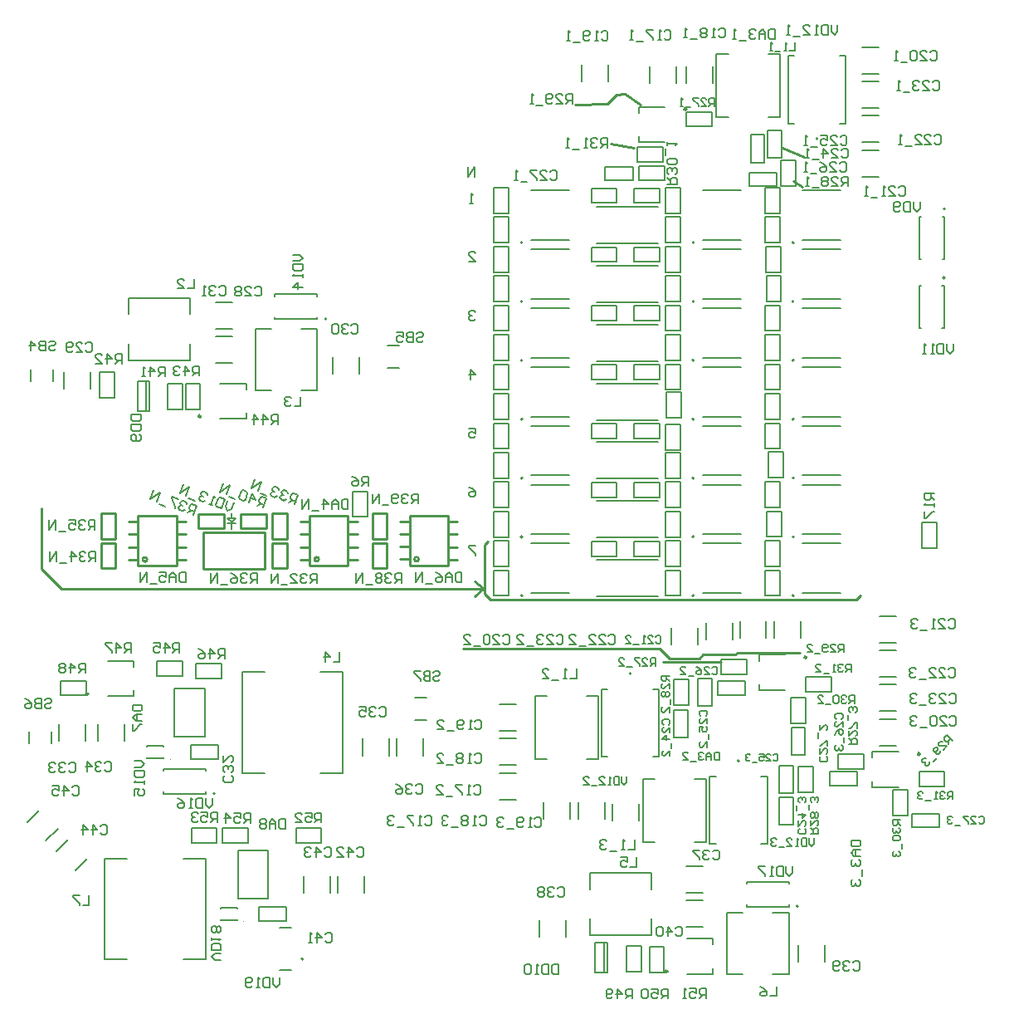
<source format=gbo>
G04*
G04 #@! TF.GenerationSoftware,Altium Limited,Altium Designer,20.0.12 (288)*
G04*
G04 Layer_Color=16776960*
%FSLAX25Y25*%
%MOIN*%
G70*
G01*
G75*
%ADD10C,0.00787*%
%ADD12C,0.01000*%
%ADD16C,0.00500*%
%ADD137C,0.00394*%
%ADD138C,0.00945*%
D10*
X120472Y17224D02*
G03*
X120472Y17224I-394J0D01*
G01*
X319291Y38386D02*
G03*
X319291Y38386I-394J0D01*
G01*
X85039Y83661D02*
G03*
X85039Y83661I-394J0D01*
G01*
X129823Y274213D02*
G03*
X129823Y274213I-394J0D01*
G01*
X295669Y96752D02*
G03*
X295669Y96752I-394J0D01*
G01*
X252279Y131831D02*
G03*
X252279Y131831I-394J0D01*
G01*
X327248Y346516D02*
G03*
X327248Y346516I-394J0D01*
G01*
X378248Y290748D02*
G03*
X378248Y290748I-394J0D01*
G01*
X378346Y318366D02*
G03*
X378346Y318366I-394J0D01*
G01*
X317677Y163090D02*
G03*
X317677Y163090I-394J0D01*
G01*
Y186713D02*
G03*
X317677Y186713I-394J0D01*
G01*
Y210335D02*
G03*
X317677Y210335I-394J0D01*
G01*
Y233957D02*
G03*
X317677Y233957I-394J0D01*
G01*
Y257579D02*
G03*
X317677Y257579I-394J0D01*
G01*
Y281201D02*
G03*
X317677Y281201I-394J0D01*
G01*
Y304823D02*
G03*
X317677Y304823I-394J0D01*
G01*
X208622Y163090D02*
G03*
X208622Y163090I-394J0D01*
G01*
Y186713D02*
G03*
X208622Y186713I-394J0D01*
G01*
Y210335D02*
G03*
X208622Y210335I-394J0D01*
G01*
Y233957D02*
G03*
X208622Y233957I-394J0D01*
G01*
Y257579D02*
G03*
X208622Y257579I-394J0D01*
G01*
Y281201D02*
G03*
X208622Y281201I-394J0D01*
G01*
Y304823D02*
G03*
X208622Y304823I-394J0D01*
G01*
X277520Y163090D02*
G03*
X277520Y163090I-394J0D01*
G01*
Y186713D02*
G03*
X277520Y186713I-394J0D01*
G01*
Y210335D02*
G03*
X277520Y210335I-394J0D01*
G01*
Y233957D02*
G03*
X277520Y233957I-394J0D01*
G01*
Y257579D02*
G03*
X277520Y257579I-394J0D01*
G01*
Y281201D02*
G03*
X277520Y281201I-394J0D01*
G01*
Y304823D02*
G03*
X277520Y304823I-394J0D01*
G01*
X87992Y63976D02*
X98228D01*
X87992Y69882D02*
X98228D01*
X87992Y63976D02*
Y69882D01*
X98228Y63976D02*
Y69882D01*
X75590Y63976D02*
X85827D01*
X75590Y69882D02*
X85827D01*
X75590Y63976D02*
Y69882D01*
X85827Y63976D02*
Y69882D01*
X117520Y69882D02*
X127756D01*
X117520Y63976D02*
X127756D01*
Y69882D01*
X117520Y63976D02*
Y69882D01*
X265453Y12008D02*
Y22244D01*
X259547Y12008D02*
Y22244D01*
Y12008D02*
X265453D01*
X259547Y22244D02*
X265453D01*
X250492Y12205D02*
Y22441D01*
X256398Y12205D02*
Y22441D01*
X250492D02*
X256398D01*
X250492Y12205D02*
X256398D01*
X23031Y128937D02*
X33268D01*
X23031Y123031D02*
X33268D01*
Y128937D01*
X23031Y123031D02*
Y128937D01*
X61811Y136811D02*
X72047D01*
X61811Y130905D02*
X72047D01*
Y136811D01*
X61811Y130905D02*
Y136811D01*
X77461Y130020D02*
X87697D01*
X77461Y135925D02*
X87697D01*
X77461Y130020D02*
Y135925D01*
X87697Y130020D02*
Y135925D01*
X79134Y237992D02*
Y248228D01*
X73228Y237992D02*
Y248228D01*
Y237992D02*
X79134D01*
X73228Y248228D02*
X79134D01*
X38780Y242520D02*
Y252756D01*
X44685Y242520D02*
Y252756D01*
X38780D02*
X44685D01*
X38780Y242520D02*
X44685D01*
X65945Y237992D02*
Y248228D01*
X71850Y237992D02*
Y248228D01*
X65945D02*
X71850D01*
X65945Y237992D02*
X71850D01*
X253350Y179012D02*
X263587D01*
X253350Y184917D02*
X263587D01*
X253350Y179012D02*
Y184917D01*
X263587Y179012D02*
Y184917D01*
X253350Y202634D02*
X263587D01*
X253350Y208539D02*
X263587D01*
X253350Y202634D02*
Y208539D01*
X263587Y202634D02*
Y208539D01*
X253350Y226256D02*
X263587D01*
X253350Y232161D02*
X263587D01*
X253350Y226256D02*
Y232161D01*
X263587Y226256D02*
Y232161D01*
X253350Y249878D02*
X263587D01*
X253350Y255783D02*
X263587D01*
X253350Y249878D02*
Y255783D01*
X263587Y249878D02*
Y255783D01*
X253350Y273500D02*
X263587D01*
X253350Y279405D02*
X263587D01*
X253350Y273500D02*
Y279405D01*
X263587Y273500D02*
Y279405D01*
X253350Y297122D02*
X263587D01*
X253350Y303028D02*
X263587D01*
X253350Y297122D02*
Y303028D01*
X263587Y297122D02*
Y303028D01*
X253350Y320744D02*
X263586D01*
X253350Y326649D02*
X263586D01*
X253350Y320744D02*
Y326649D01*
X263586Y320744D02*
Y326649D01*
X306146Y174878D02*
Y185114D01*
X312051Y174878D02*
Y185114D01*
X306146D02*
X312051D01*
X306146Y174878D02*
X312051D01*
X306146Y198500D02*
Y208736D01*
X312051Y198500D02*
Y208736D01*
X306146D02*
X312051D01*
X306146Y198500D02*
X312051D01*
X306146Y222122D02*
Y232358D01*
X312051Y222122D02*
Y232358D01*
X306146D02*
X312051D01*
X306146Y222122D02*
X312051D01*
X306146Y245744D02*
Y255980D01*
X312051Y245744D02*
Y255980D01*
X306146D02*
X312051D01*
X306146Y245744D02*
X312051D01*
X306146Y269366D02*
Y279602D01*
X312051Y269366D02*
Y279602D01*
X306146D02*
X312051D01*
X306146Y269366D02*
X312051D01*
X306398Y293012D02*
Y303248D01*
X312303Y293012D02*
Y303248D01*
X306398D02*
X312303D01*
X306398Y293012D02*
X312303D01*
X306146Y316610D02*
Y326846D01*
X312051Y316610D02*
Y326846D01*
X306146D02*
X312051D01*
X306146Y316610D02*
X312051D01*
X312051Y163067D02*
Y173303D01*
X306146Y163067D02*
Y173303D01*
Y163067D02*
X312051D01*
X306146Y173303D02*
X312051D01*
X312697Y186713D02*
Y196949D01*
X306791Y186713D02*
Y196949D01*
Y186713D02*
X312697D01*
X306791Y196949D02*
X312697D01*
X313386Y210630D02*
Y220866D01*
X307480Y210630D02*
Y220866D01*
Y210630D02*
X313386D01*
X307480Y220866D02*
X313386D01*
X312051Y233933D02*
Y244169D01*
X306146Y233933D02*
Y244169D01*
Y233933D02*
X312051D01*
X306146Y244169D02*
X312051D01*
Y257555D02*
Y267791D01*
X306146Y257555D02*
Y267791D01*
Y257555D02*
X312051D01*
X306146Y267791D02*
X312051D01*
X312442Y281193D02*
Y291429D01*
X306536Y281193D02*
Y291429D01*
Y281193D02*
X312442D01*
X306536Y291429D02*
X312442D01*
X312051Y304799D02*
Y315035D01*
X306146Y304799D02*
Y315035D01*
Y304799D02*
X312051D01*
X306146Y315035D02*
X312051D01*
X236224Y179012D02*
X246461D01*
X236224Y184917D02*
X246461D01*
X236224Y179012D02*
Y184917D01*
X246461Y179012D02*
Y184917D01*
X236224Y202634D02*
X246461D01*
X236224Y208539D02*
X246461D01*
X236224Y202634D02*
Y208539D01*
X246461Y202634D02*
Y208539D01*
X236225Y226256D02*
X246461D01*
X236225Y232161D02*
X246461D01*
X236225Y226256D02*
Y232161D01*
X246461Y226256D02*
Y232161D01*
X236225Y249878D02*
X246461D01*
X236225Y255783D02*
X246461D01*
X236225Y249878D02*
Y255783D01*
X246461Y249878D02*
Y255783D01*
X236224Y273500D02*
X246461D01*
X236224Y279405D02*
X246461D01*
X236224Y273500D02*
Y279405D01*
X246461Y273500D02*
Y279405D01*
X236224Y297122D02*
X246461D01*
X236224Y303028D02*
X246461D01*
X236224Y297122D02*
Y303028D01*
X246461Y297122D02*
Y303028D01*
X236224Y320744D02*
X246461D01*
X236224Y326650D02*
X246461D01*
X236224Y320744D02*
Y326650D01*
X246461Y320744D02*
Y326650D01*
X197090Y174878D02*
Y185114D01*
X202996Y174878D02*
Y185114D01*
X197090D02*
X202996D01*
X197090Y174878D02*
X202996D01*
X197090Y198500D02*
Y208736D01*
X202996Y198500D02*
Y208736D01*
X197090D02*
X202996D01*
X197090Y198500D02*
X202996D01*
X197090Y222122D02*
Y232358D01*
X202996Y222122D02*
Y232358D01*
X197090D02*
X202996D01*
X197090Y222122D02*
X202996D01*
X197090Y245744D02*
Y255980D01*
X202996Y245744D02*
Y255980D01*
X197090D02*
X202996D01*
X197090Y245744D02*
X202996D01*
X197090Y269366D02*
Y279602D01*
X202996Y269366D02*
Y279602D01*
X197090D02*
X202996D01*
X197090Y269366D02*
X202996D01*
X197090Y292988D02*
Y303224D01*
X202996Y292988D02*
Y303224D01*
X197090D02*
X202996D01*
X197090Y292988D02*
X202996D01*
X197090Y316610D02*
Y326846D01*
X202996Y316610D02*
Y326846D01*
X197090D02*
X202996D01*
X197090Y316610D02*
X202996D01*
X202996Y163067D02*
Y173303D01*
X197090Y163067D02*
Y173303D01*
Y163067D02*
X202996D01*
X197090Y173303D02*
X202996D01*
Y186689D02*
Y196925D01*
X197090Y186689D02*
Y196925D01*
Y186689D02*
X202996D01*
X197090Y196925D02*
X202996D01*
Y210311D02*
Y220547D01*
X197090Y210311D02*
Y220547D01*
Y210311D02*
X202996D01*
X197090Y220547D02*
X202996D01*
Y233933D02*
Y244169D01*
X197090Y233933D02*
Y244169D01*
Y233933D02*
X202996D01*
X197090Y244169D02*
X202996D01*
Y257555D02*
Y267791D01*
X197090Y257555D02*
Y267791D01*
Y257555D02*
X202996D01*
X197090Y267791D02*
X202996D01*
Y281177D02*
Y291413D01*
X197090Y281177D02*
Y291413D01*
Y281177D02*
X202996D01*
X197090Y291413D02*
X202996D01*
Y304799D02*
Y315035D01*
X197090Y304799D02*
Y315035D01*
Y304799D02*
X202996D01*
X197090Y315035D02*
X202996D01*
X265988Y174878D02*
Y185114D01*
X271894Y174878D02*
Y185114D01*
X265988D02*
X271894D01*
X265988Y174878D02*
X271894D01*
X265988Y198500D02*
Y208736D01*
X271894Y198500D02*
Y208736D01*
X265988D02*
X271894D01*
X265988Y198500D02*
X271894D01*
X266043Y221654D02*
Y231890D01*
X271949Y221654D02*
Y231890D01*
X266043D02*
X271949D01*
X266043Y221654D02*
X271949D01*
X265988Y245744D02*
Y255980D01*
X271894Y245744D02*
Y255980D01*
X265988D02*
X271894D01*
X265988Y245744D02*
X271894D01*
X265988Y269366D02*
Y279602D01*
X271894Y269366D02*
Y279602D01*
X265988D02*
X271894D01*
X265988Y269366D02*
X271894D01*
X265988Y292988D02*
Y303224D01*
X271894Y292988D02*
Y303224D01*
X265988D02*
X271894D01*
X265988Y292988D02*
X271894D01*
X265988Y316610D02*
Y326846D01*
X271894Y316610D02*
Y326846D01*
X265988D02*
X271894D01*
X265988Y316610D02*
X271894D01*
X271894Y163067D02*
Y173303D01*
X265988Y163067D02*
Y173303D01*
Y163067D02*
X271894D01*
X265988Y173303D02*
X271894D01*
Y186689D02*
Y196925D01*
X265988Y186689D02*
Y196925D01*
Y186689D02*
X271894D01*
X265988Y196925D02*
X271894D01*
Y210311D02*
Y220547D01*
X265988Y210311D02*
Y220547D01*
Y210311D02*
X271894D01*
X265988Y220547D02*
X271894D01*
X272244Y234547D02*
Y244783D01*
X266339Y234547D02*
Y244783D01*
Y234547D02*
X272244D01*
X266339Y244783D02*
X272244D01*
X271894Y257555D02*
Y267791D01*
X265988Y257555D02*
Y267791D01*
Y257555D02*
X271894D01*
X265988Y267791D02*
X271894D01*
Y281177D02*
Y291413D01*
X265988Y281177D02*
Y291413D01*
Y281177D02*
X271894D01*
X265988Y291413D02*
X271894D01*
Y304799D02*
Y315035D01*
X265988Y304799D02*
Y315035D01*
Y304799D02*
X271894D01*
X265988Y315035D02*
X271894D01*
X367913Y92520D02*
X378150D01*
X367913Y86614D02*
X378150D01*
Y92520D01*
X367913Y86614D02*
Y92520D01*
X322441Y130512D02*
X332677D01*
X322441Y124606D02*
X332677D01*
Y130512D01*
X322441Y124606D02*
Y130512D01*
X254626Y337303D02*
X264862D01*
X254626Y343209D02*
X264862D01*
X254626Y337303D02*
Y343209D01*
X264862Y337303D02*
Y343209D01*
X363189Y74803D02*
Y85039D01*
X357283Y74803D02*
Y85039D01*
Y74803D02*
X363189D01*
X357283Y85039D02*
X363189D01*
X322244Y111811D02*
Y122047D01*
X316339Y111811D02*
Y122047D01*
Y111811D02*
X322244D01*
X316339Y122047D02*
X322244D01*
X255315Y329724D02*
X265551D01*
X255315Y335630D02*
X265551D01*
X255315Y329724D02*
Y335630D01*
X265551Y329724D02*
Y335630D01*
X319488Y84350D02*
Y94587D01*
X325394Y84350D02*
Y94587D01*
X319488D02*
X325394D01*
X319488Y84350D02*
X325394D01*
X269488Y119193D02*
Y129429D01*
X275394Y119193D02*
Y129429D01*
X269488D02*
X275394D01*
X269488Y119193D02*
X275394D01*
X318307Y327658D02*
Y337894D01*
X312402Y327658D02*
Y337894D01*
Y327658D02*
X318307D01*
X312402Y337894D02*
X318307D01*
X335433Y93504D02*
X345669D01*
X335433Y99410D02*
X345669D01*
X335433Y93504D02*
Y99410D01*
X345669Y93504D02*
Y99410D01*
X288386Y131693D02*
X298622D01*
X288386Y137599D02*
X298622D01*
X288386Y131693D02*
Y137599D01*
X298622Y131693D02*
Y137599D01*
X274409Y357283D02*
X284646D01*
X274409Y351378D02*
X284646D01*
Y357283D01*
X274409Y351378D02*
Y357283D01*
X375000Y182283D02*
Y192520D01*
X369094Y182283D02*
Y192520D01*
Y182283D02*
X375000D01*
X369094Y192520D02*
X375000D01*
X146358Y194783D02*
Y205020D01*
X140453Y194783D02*
Y205020D01*
Y194783D02*
X146358D01*
X140453Y205020D02*
X146358D01*
X81274Y17152D02*
Y57652D01*
X40774D02*
X49797D01*
X72250D02*
X81274D01*
X40774Y17152D02*
Y57652D01*
Y17152D02*
X49797D01*
X72250D02*
X81274D01*
X136392Y91955D02*
Y132455D01*
X95892D02*
X104915D01*
X127368D02*
X136392D01*
X95892Y91955D02*
Y132455D01*
Y91955D02*
X104915D01*
X127368D02*
X136392D01*
X94291Y41535D02*
X106496D01*
Y60827D01*
X94291D02*
X106496D01*
X94291Y41535D02*
Y60827D01*
X68701Y106496D02*
X80905D01*
Y125787D01*
X68701D02*
X80905D01*
X68701Y106496D02*
Y125787D01*
X17154Y64739D02*
X21875Y69460D01*
X9621Y72272D02*
X14342Y76994D01*
X28965Y52928D02*
X33687Y57649D01*
X21432Y60461D02*
X26153Y65183D01*
X131311Y43906D02*
Y50582D01*
X120657Y43906D02*
Y50582D01*
X145091Y43906D02*
Y50582D01*
X134437Y43906D02*
Y50582D01*
X113779Y32677D02*
Y38189D01*
X102756Y32677D02*
Y38189D01*
X113779D01*
X102756Y32677D02*
X113779D01*
X274221Y40760D02*
X280897D01*
X274221Y30106D02*
X280897D01*
X330130Y16347D02*
Y23023D01*
X319476Y16347D02*
Y23023D01*
X226095Y26288D02*
Y32964D01*
X215441Y26288D02*
Y32964D01*
X274221Y54540D02*
X280897D01*
X274221Y43885D02*
X280897D01*
X168713Y99024D02*
Y105701D01*
X158059Y99024D02*
Y105701D01*
X154934Y99024D02*
Y105701D01*
X144279Y99024D02*
Y105701D01*
X48634Y104929D02*
Y111606D01*
X37980Y104929D02*
Y111606D01*
X32886Y104929D02*
Y111606D01*
X22232Y104929D02*
Y111606D01*
X86221Y97638D02*
Y103150D01*
X75197Y97638D02*
Y103150D01*
X86221D01*
X75197Y97638D02*
X86221D01*
X85244Y280918D02*
X91921D01*
X85244Y270263D02*
X91921D01*
X143122Y252173D02*
Y258850D01*
X132468Y252173D02*
Y258850D01*
X34855Y246268D02*
Y252945D01*
X24200Y246268D02*
Y252945D01*
X85244Y267138D02*
X91921D01*
X85244Y256484D02*
X91921D01*
X375984Y70079D02*
Y75591D01*
X364961Y70079D02*
Y75591D01*
X375984D01*
X364961Y70079D02*
X375984D01*
X316535Y99213D02*
X322047D01*
X316535Y110236D02*
X322047D01*
Y99213D02*
Y110236D01*
X316535Y99213D02*
Y110236D01*
X241831Y329823D02*
Y335335D01*
X252854Y329823D02*
Y335335D01*
X241831Y329823D02*
X252854D01*
X241831Y335335D02*
X252854D01*
X331890Y87008D02*
Y92520D01*
X342913Y87008D02*
Y92520D01*
X331890Y87008D02*
X342913D01*
X331890Y92520D02*
X342913D01*
X287008Y123228D02*
Y128740D01*
X298031Y123228D02*
Y128740D01*
X287008Y123228D02*
X298031D01*
X287008Y128740D02*
X298031D01*
X299606Y327461D02*
Y332972D01*
X310630Y327461D02*
Y332972D01*
X299606Y327461D02*
X310630D01*
X299606Y332972D02*
X310630D01*
X311811Y94784D02*
X317323D01*
X311811Y83760D02*
X317323D01*
X311811D02*
Y94784D01*
X317323Y83760D02*
Y94784D01*
X279134Y129724D02*
X284646D01*
X279134Y118701D02*
X284646D01*
X279134D02*
Y129724D01*
X284646Y118701D02*
Y129724D01*
X307087Y350000D02*
X312598D01*
X307087Y338976D02*
X312598D01*
X307087D02*
Y350000D01*
X312598Y338976D02*
Y350000D01*
X311811Y82185D02*
X317323D01*
X311811Y71161D02*
X317323D01*
X311811D02*
Y82185D01*
X317323Y71161D02*
Y82185D01*
X269488Y117224D02*
X275000D01*
X269488Y106201D02*
X275000D01*
X269488D02*
Y117224D01*
X275000Y106201D02*
Y117224D01*
X300197Y337008D02*
X305709D01*
X300197Y348031D02*
X305709D01*
Y337008D02*
Y348031D01*
X300197Y337008D02*
Y348031D01*
X351977Y127374D02*
X358653D01*
X351977Y116720D02*
X358653D01*
X282468Y145481D02*
Y152157D01*
X293122Y145481D02*
Y152157D01*
X345087Y369500D02*
X351764D01*
X345087Y358846D02*
X351764D01*
X351977Y141154D02*
X358653D01*
X351977Y130500D02*
X358653D01*
X295854Y146268D02*
Y152945D01*
X306508Y146268D02*
Y152945D01*
X345087Y355721D02*
X351764D01*
X345087Y345066D02*
X351764D01*
X351977Y154934D02*
X358653D01*
X351977Y144279D02*
X358653D01*
X309633Y146268D02*
Y152945D01*
X320288Y146268D02*
Y152945D01*
X345087Y341941D02*
X351764D01*
X345087Y331287D02*
X351764D01*
X351977Y113595D02*
X358653D01*
X351977Y102941D02*
X358653D01*
X268295Y143512D02*
Y150189D01*
X278949Y143512D02*
Y150189D01*
X345087Y383280D02*
X351764D01*
X345087Y372626D02*
X351764D01*
X244673Y72941D02*
Y79618D01*
X255327Y72941D02*
Y79618D01*
X199418Y108846D02*
X206094D01*
X199418Y119500D02*
X206094D01*
X243122Y369398D02*
Y376075D01*
X232468Y369398D02*
Y376075D01*
X230893Y73433D02*
Y80110D01*
X241548Y73433D02*
Y80110D01*
X199418Y95066D02*
X206094D01*
X199418Y105721D02*
X206094D01*
X284855Y368709D02*
Y375385D01*
X274200Y368709D02*
Y375385D01*
X217114Y73433D02*
Y80110D01*
X227768Y73433D02*
Y80110D01*
X199418Y81287D02*
X206094D01*
X199418Y91941D02*
X206094D01*
X270485Y368807D02*
Y375484D01*
X259830Y368807D02*
Y375484D01*
X91732Y189961D02*
Y192028D01*
Y194095D02*
Y196161D01*
X90158Y194095D02*
X91880Y192372D01*
X90158Y194095D02*
X90945D01*
X93307D01*
X91929Y192717D02*
X93307Y194095D01*
X90158Y192126D02*
X93307D01*
X119507Y243020D02*
Y239084D01*
X116884D01*
X115572Y242364D02*
X114916Y243020D01*
X113604D01*
X112948Y242364D01*
Y241708D01*
X113604Y241052D01*
X114260D01*
X113604D01*
X112948Y240396D01*
Y239740D01*
X113604Y239084D01*
X114916D01*
X115572Y239740D01*
X189370Y331102D02*
Y335038D01*
X186746Y331102D01*
Y335038D01*
X189567Y183070D02*
X186943D01*
Y182414D01*
X189567Y179790D01*
Y179134D01*
X186943Y206692D02*
X188255Y206036D01*
X189567Y204724D01*
Y203412D01*
X188911Y202756D01*
X187599D01*
X186943Y203412D01*
Y204068D01*
X187599Y204724D01*
X189567D01*
X186943Y230314D02*
X189567D01*
Y228346D01*
X188255Y229002D01*
X187599D01*
X186943Y228346D01*
Y227034D01*
X187599Y226378D01*
X188911D01*
X189567Y227034D01*
X187599Y250000D02*
Y253936D01*
X189567Y251968D01*
X186943D01*
X189567Y276902D02*
X188911Y277558D01*
X187599D01*
X186943Y276902D01*
Y276246D01*
X187599Y275590D01*
X188255D01*
X187599D01*
X186943Y274934D01*
Y274278D01*
X187599Y273622D01*
X188911D01*
X189567Y274278D01*
X186943Y297244D02*
X189567D01*
X186943Y299868D01*
Y300524D01*
X187599Y301180D01*
X188911D01*
X189567Y300524D01*
X188779Y320472D02*
X187468D01*
X188124D01*
Y324408D01*
X188779Y323752D01*
X184153Y172603D02*
Y168668D01*
X182186D01*
X181530Y169324D01*
Y171948D01*
X182186Y172603D01*
X184153D01*
X180218Y168668D02*
Y171292D01*
X178906Y172603D01*
X177594Y171292D01*
Y168668D01*
Y170636D01*
X180218D01*
X173658Y172603D02*
X174970Y171948D01*
X176282Y170636D01*
Y169324D01*
X175626Y168668D01*
X174314D01*
X173658Y169324D01*
Y169980D01*
X174314Y170636D01*
X176282D01*
X172346Y168012D02*
X169722D01*
X168411Y168668D02*
Y172603D01*
X165787Y168668D01*
Y172603D01*
X160039Y168176D02*
Y172111D01*
X158071D01*
X157416Y171455D01*
Y170143D01*
X158071Y169488D01*
X160039D01*
X158728D02*
X157416Y168176D01*
X156104Y171455D02*
X155448Y172111D01*
X154136D01*
X153480Y171455D01*
Y170800D01*
X154136Y170143D01*
X154792D01*
X154136D01*
X153480Y169488D01*
Y168832D01*
X154136Y168176D01*
X155448D01*
X156104Y168832D01*
X152168Y171455D02*
X151512Y172111D01*
X150200D01*
X149544Y171455D01*
Y170800D01*
X150200Y170143D01*
X149544Y169488D01*
Y168832D01*
X150200Y168176D01*
X151512D01*
X152168Y168832D01*
Y169488D01*
X151512Y170143D01*
X152168Y170800D01*
Y171455D01*
X151512Y170143D02*
X150200D01*
X148232Y167520D02*
X145608D01*
X144296Y168176D02*
Y172111D01*
X141673Y168176D01*
Y172111D01*
X125984Y168077D02*
Y172013D01*
X124016D01*
X123360Y171357D01*
Y170045D01*
X124016Y169389D01*
X125984D01*
X124672D02*
X123360Y168077D01*
X122048Y171357D02*
X121393Y172013D01*
X120081D01*
X119425Y171357D01*
Y170701D01*
X120081Y170045D01*
X120737D01*
X120081D01*
X119425Y169389D01*
Y168733D01*
X120081Y168077D01*
X121393D01*
X122048Y168733D01*
X115489Y168077D02*
X118113D01*
X115489Y170701D01*
Y171357D01*
X116145Y172013D01*
X117457D01*
X118113Y171357D01*
X114177Y167421D02*
X111553D01*
X110241Y168077D02*
Y172013D01*
X107617Y168077D01*
Y172013D01*
X138484Y201836D02*
Y197900D01*
X136516D01*
X135860Y198556D01*
Y201180D01*
X136516Y201836D01*
X138484D01*
X134548Y197900D02*
Y200524D01*
X133237Y201836D01*
X131925Y200524D01*
Y197900D01*
Y199868D01*
X134548D01*
X128645Y197900D02*
Y201836D01*
X130613Y199868D01*
X127989D01*
X126677Y197244D02*
X124053D01*
X122741Y197900D02*
Y201836D01*
X120117Y197900D01*
Y201836D01*
X166634Y200065D02*
Y204001D01*
X164666D01*
X164010Y203345D01*
Y202033D01*
X164666Y201377D01*
X166634D01*
X165322D02*
X164010Y200065D01*
X162698Y203345D02*
X162042Y204001D01*
X160730D01*
X160074Y203345D01*
Y202689D01*
X160730Y202033D01*
X161386D01*
X160730D01*
X160074Y201377D01*
Y200721D01*
X160730Y200065D01*
X162042D01*
X162698Y200721D01*
X158762D02*
X158106Y200065D01*
X156795D01*
X156139Y200721D01*
Y203345D01*
X156795Y204001D01*
X158106D01*
X158762Y203345D01*
Y202689D01*
X158106Y202033D01*
X156139D01*
X154827Y199409D02*
X152203D01*
X150891Y200065D02*
Y204001D01*
X148267Y200065D01*
Y204001D01*
X101870Y168176D02*
Y172111D01*
X99902D01*
X99246Y171455D01*
Y170143D01*
X99902Y169488D01*
X101870D01*
X100558D02*
X99246Y168176D01*
X97934Y171455D02*
X97278Y172111D01*
X95967D01*
X95310Y171455D01*
Y170800D01*
X95967Y170143D01*
X96622D01*
X95967D01*
X95310Y169488D01*
Y168832D01*
X95967Y168176D01*
X97278D01*
X97934Y168832D01*
X91375Y172111D02*
X92687Y171455D01*
X93999Y170143D01*
Y168832D01*
X93343Y168176D01*
X92031D01*
X91375Y168832D01*
Y169488D01*
X92031Y170143D01*
X93999D01*
X90063Y167520D02*
X87439D01*
X86127Y168176D02*
Y172111D01*
X83503Y168176D01*
Y172111D01*
X37106Y176837D02*
Y180773D01*
X35138D01*
X34482Y180117D01*
Y178805D01*
X35138Y178149D01*
X37106D01*
X35794D02*
X34482Y176837D01*
X33171Y180117D02*
X32515Y180773D01*
X31203D01*
X30547Y180117D01*
Y179461D01*
X31203Y178805D01*
X31859D01*
X31203D01*
X30547Y178149D01*
Y177493D01*
X31203Y176837D01*
X32515D01*
X33171Y177493D01*
X27267Y176837D02*
Y180773D01*
X29235Y178805D01*
X26611D01*
X25299Y176181D02*
X22675D01*
X21363Y176837D02*
Y180773D01*
X18740Y176837D01*
Y180773D01*
X36811Y189436D02*
Y193371D01*
X34843D01*
X34187Y192715D01*
Y191403D01*
X34843Y190747D01*
X36811D01*
X35499D02*
X34187Y189436D01*
X32875Y192715D02*
X32219Y193371D01*
X30907D01*
X30252Y192715D01*
Y192059D01*
X30907Y191403D01*
X31563D01*
X30907D01*
X30252Y190747D01*
Y190091D01*
X30907Y189436D01*
X32219D01*
X32875Y190091D01*
X26316Y193371D02*
X28940D01*
Y191403D01*
X27628Y192059D01*
X26972D01*
X26316Y191403D01*
Y190091D01*
X26972Y189436D01*
X28284D01*
X28940Y190091D01*
X25004Y188779D02*
X22380D01*
X21068Y189436D02*
Y193371D01*
X18444Y189436D01*
Y193371D01*
X73327Y172505D02*
Y168569D01*
X71359D01*
X70703Y169225D01*
Y171849D01*
X71359Y172505D01*
X73327D01*
X69391Y168569D02*
Y171193D01*
X68079Y172505D01*
X66767Y171193D01*
Y168569D01*
Y170537D01*
X69391D01*
X62831Y172505D02*
X65455D01*
Y170537D01*
X64143Y171193D01*
X63487D01*
X62831Y170537D01*
Y169225D01*
X63487Y168569D01*
X64799D01*
X65455Y169225D01*
X61520Y167913D02*
X58896D01*
X57584Y168569D02*
Y172505D01*
X54960Y168569D01*
Y172505D01*
X76328Y195523D02*
X77675Y199222D01*
X75826Y199895D01*
X74985Y199503D01*
X74536Y198270D01*
X74928Y197429D01*
X76777Y196756D01*
X75545Y197205D02*
X73863Y196421D01*
X73752Y199951D02*
X73360Y200792D01*
X72127Y201241D01*
X71286Y200849D01*
X71062Y200232D01*
X71454Y199392D01*
X72070Y199167D01*
X71454Y199392D01*
X70613Y199000D01*
X70389Y198383D01*
X70781Y197542D01*
X72014Y197094D01*
X72855Y197486D01*
X70278Y201914D02*
X67812Y202811D01*
X67588Y202195D01*
X69156Y198832D01*
X68932Y198215D01*
X65009Y198945D02*
X62543Y199843D01*
X61535Y200908D02*
X62881Y204606D01*
X59069Y201805D01*
X60416Y205504D01*
X104380Y198378D02*
X105726Y202076D01*
X103877Y202749D01*
X103036Y202357D01*
X102587Y201124D01*
X102979Y200283D01*
X104828Y199610D01*
X103596Y200059D02*
X101914Y199275D01*
X98832Y200397D02*
X100178Y204095D01*
X101354Y201573D01*
X98889Y202470D01*
X98105Y204152D02*
X97713Y204993D01*
X96480Y205441D01*
X95639Y205049D01*
X94742Y202584D01*
X95134Y201743D01*
X96367Y201294D01*
X97207Y201686D01*
X98105Y204152D01*
X93060Y201800D02*
X90595Y202697D01*
X89586Y203762D02*
X90932Y207460D01*
X87121Y204659D01*
X88467Y208358D01*
X117077Y199756D02*
X118423Y203454D01*
X116574Y204127D01*
X115733Y203735D01*
X115284Y202502D01*
X115676Y201661D01*
X117525Y200988D01*
X116293Y201437D02*
X114611Y200653D01*
X114500Y204184D02*
X114108Y205024D01*
X112875Y205473D01*
X112034Y205081D01*
X111810Y204465D01*
X112202Y203624D01*
X112819Y203399D01*
X112202Y203624D01*
X111361Y203232D01*
X111137Y202615D01*
X111529Y201775D01*
X112762Y201326D01*
X113602Y201718D01*
X110802Y205530D02*
X110409Y206370D01*
X109177Y206819D01*
X108336Y206427D01*
X108112Y205811D01*
X108504Y204970D01*
X109120Y204746D01*
X108504Y204970D01*
X107663Y204578D01*
X107439Y203961D01*
X107831Y203121D01*
X109063Y202672D01*
X109904Y203064D01*
X105757Y203177D02*
X103291Y204075D01*
X102283Y205140D02*
X103629Y208838D01*
X99817Y206037D01*
X101163Y209736D01*
X92635Y200403D02*
X91738Y197937D01*
X90056Y197153D01*
X89272Y198835D01*
X90170Y201300D01*
X88937Y201749D02*
X87591Y198050D01*
X85742Y198723D01*
X85350Y199564D01*
X86247Y202030D01*
X87088Y202422D01*
X88937Y201749D01*
X83892Y199397D02*
X82660Y199845D01*
X83276Y199621D01*
X84622Y203319D01*
X85014Y202479D01*
X81932Y203600D02*
X81540Y204441D01*
X80307Y204890D01*
X79467Y204498D01*
X79242Y203881D01*
X79634Y203041D01*
X80251Y202816D01*
X79634Y203041D01*
X78794Y202648D01*
X78569Y202032D01*
X78961Y201191D01*
X80194Y200743D01*
X81035Y201135D01*
X76888Y201248D02*
X74422Y202145D01*
X73414Y203210D02*
X74760Y206909D01*
X70948Y204108D01*
X72294Y207806D01*
X116339Y299998D02*
X118963D01*
X120275Y298686D01*
X118963Y297374D01*
X116339D01*
Y296062D02*
X120275D01*
Y294094D01*
X119619Y293438D01*
X116995D01*
X116339Y294094D01*
Y296062D01*
X120275Y292126D02*
Y290814D01*
Y291470D01*
X116339D01*
X116995Y292126D01*
X120275Y286879D02*
X116339D01*
X118307Y288846D01*
Y286223D01*
X172801Y132217D02*
X173457Y132873D01*
X174769D01*
X175425Y132217D01*
Y131562D01*
X174769Y130905D01*
X173457D01*
X172801Y130250D01*
Y129594D01*
X173457Y128938D01*
X174769D01*
X175425Y129594D01*
X171489Y132873D02*
Y128938D01*
X169521D01*
X168865Y129594D01*
Y130250D01*
X169521Y130905D01*
X171489D01*
X169521D01*
X168865Y131562D01*
Y132217D01*
X169521Y132873D01*
X171489D01*
X167553D02*
X164929D01*
Y132217D01*
X167553Y129594D01*
Y128938D01*
X16600Y121095D02*
X17256Y121751D01*
X18568D01*
X19224Y121095D01*
Y120439D01*
X18568Y119783D01*
X17256D01*
X16600Y119128D01*
Y118472D01*
X17256Y117816D01*
X18568D01*
X19224Y118472D01*
X15288Y121751D02*
Y117816D01*
X13320D01*
X12664Y118472D01*
Y119128D01*
X13320Y119783D01*
X15288D01*
X13320D01*
X12664Y120439D01*
Y121095D01*
X13320Y121751D01*
X15288D01*
X8729D02*
X10041Y121095D01*
X11353Y119783D01*
Y118472D01*
X10697Y117816D01*
X9385D01*
X8729Y118472D01*
Y119128D01*
X9385Y119783D01*
X11353D01*
X166010Y268241D02*
X166666Y268897D01*
X167977D01*
X168633Y268241D01*
Y267585D01*
X167977Y266929D01*
X166666D01*
X166010Y266273D01*
Y265617D01*
X166666Y264961D01*
X167977D01*
X168633Y265617D01*
X164698Y268897D02*
Y264961D01*
X162730D01*
X162074Y265617D01*
Y266273D01*
X162730Y266929D01*
X164698D01*
X162730D01*
X162074Y267585D01*
Y268241D01*
X162730Y268897D01*
X164698D01*
X158138D02*
X160762D01*
Y266929D01*
X159450Y267585D01*
X158794D01*
X158138Y266929D01*
Y265617D01*
X158794Y264961D01*
X160106D01*
X160762Y265617D01*
X18372Y264698D02*
X19028Y265354D01*
X20340D01*
X20996Y264698D01*
Y264042D01*
X20340Y263386D01*
X19028D01*
X18372Y262730D01*
Y262074D01*
X19028Y261418D01*
X20340D01*
X20996Y262074D01*
X17060Y265354D02*
Y261418D01*
X15092D01*
X14436Y262074D01*
Y262730D01*
X15092Y263386D01*
X17060D01*
X15092D01*
X14436Y264042D01*
Y264698D01*
X15092Y265354D01*
X17060D01*
X11156Y261418D02*
Y265354D01*
X13124Y263386D01*
X10500D01*
X110366Y231792D02*
Y235728D01*
X108398D01*
X107742Y235072D01*
Y233760D01*
X108398Y233104D01*
X110366D01*
X109054D02*
X107742Y231792D01*
X104462D02*
Y235728D01*
X106430Y233760D01*
X103806D01*
X100526Y231792D02*
Y235728D01*
X102494Y233760D01*
X99871D01*
X78762Y251375D02*
Y255311D01*
X76794D01*
X76138Y254655D01*
Y253343D01*
X76794Y252687D01*
X78762D01*
X77450D02*
X76138Y251375D01*
X72859D02*
Y255311D01*
X74827Y253343D01*
X72203D01*
X70891Y254655D02*
X70235Y255311D01*
X68923D01*
X68267Y254655D01*
Y253999D01*
X68923Y253343D01*
X69579D01*
X68923D01*
X68267Y252687D01*
Y252031D01*
X68923Y251375D01*
X70235D01*
X70891Y252031D01*
X47570Y256300D02*
Y260236D01*
X45603D01*
X44947Y259580D01*
Y258268D01*
X45603Y257612D01*
X47570D01*
X46259D02*
X44947Y256300D01*
X41667D02*
Y260236D01*
X43635Y258268D01*
X41011D01*
X37075Y256300D02*
X39699D01*
X37075Y258924D01*
Y259580D01*
X37731Y260236D01*
X39043D01*
X39699Y259580D01*
X65025Y251083D02*
Y255019D01*
X63057D01*
X62401Y254363D01*
Y253051D01*
X63057Y252395D01*
X65025D01*
X63713D02*
X62401Y251083D01*
X59121D02*
Y255019D01*
X61089Y253051D01*
X58465D01*
X57153Y251083D02*
X55841D01*
X56497D01*
Y255019D01*
X57153Y254363D01*
X76662Y290311D02*
Y286375D01*
X74038D01*
X70103D02*
X72727D01*
X70103Y288999D01*
Y289655D01*
X70759Y290311D01*
X72070D01*
X72727Y289655D01*
X51379Y235759D02*
X55314D01*
Y233792D01*
X54658Y233136D01*
X52034D01*
X51379Y233792D01*
Y235759D01*
Y231824D02*
X55314D01*
Y229856D01*
X54658Y229200D01*
X52034D01*
X51379Y229856D01*
Y231824D01*
X54658Y227888D02*
X55314Y227232D01*
Y225920D01*
X54658Y225264D01*
X52034D01*
X51379Y225920D01*
Y227232D01*
X52034Y227888D01*
X52691D01*
X53347Y227232D01*
Y225264D01*
X86734Y286926D02*
X87390Y287582D01*
X88702D01*
X89358Y286926D01*
Y284302D01*
X88702Y283646D01*
X87390D01*
X86734Y284302D01*
X85422Y286926D02*
X84766Y287582D01*
X83454D01*
X82798Y286926D01*
Y286270D01*
X83454Y285614D01*
X84110D01*
X83454D01*
X82798Y284958D01*
Y284302D01*
X83454Y283646D01*
X84766D01*
X85422Y284302D01*
X81486Y283646D02*
X80174D01*
X80830D01*
Y287582D01*
X81486Y286926D01*
X139829Y271391D02*
X140484Y272047D01*
X141796D01*
X142452Y271391D01*
Y268767D01*
X141796Y268111D01*
X140484D01*
X139829Y268767D01*
X138517Y271391D02*
X137861Y272047D01*
X136549D01*
X135893Y271391D01*
Y270735D01*
X136549Y270079D01*
X137205D01*
X136549D01*
X135893Y269423D01*
Y268767D01*
X136549Y268111D01*
X137861D01*
X138517Y268767D01*
X134581Y271391D02*
X133925Y272047D01*
X132613D01*
X131957Y271391D01*
Y268767D01*
X132613Y268111D01*
X133925D01*
X134581Y268767D01*
Y271391D01*
X33136Y264304D02*
X33792Y264960D01*
X35103D01*
X35759Y264304D01*
Y261680D01*
X35103Y261024D01*
X33792D01*
X33136Y261680D01*
X29200Y261024D02*
X31824D01*
X29200Y263648D01*
Y264304D01*
X29856Y264960D01*
X31168D01*
X31824Y264304D01*
X27888Y261680D02*
X27232Y261024D01*
X25920D01*
X25264Y261680D01*
Y264304D01*
X25920Y264960D01*
X27232D01*
X27888Y264304D01*
Y263648D01*
X27232Y262992D01*
X25264D01*
X101049Y286647D02*
X101705Y287302D01*
X103017D01*
X103673Y286647D01*
Y284023D01*
X103017Y283367D01*
X101705D01*
X101049Y284023D01*
X97113Y283367D02*
X99737D01*
X97113Y285991D01*
Y286647D01*
X97769Y287302D01*
X99081D01*
X99737Y286647D01*
X95801D02*
X95145Y287302D01*
X93834D01*
X93177Y286647D01*
Y285991D01*
X93834Y285335D01*
X93177Y284679D01*
Y284023D01*
X93834Y283367D01*
X95145D01*
X95801Y284023D01*
Y284679D01*
X95145Y285335D01*
X95801Y285991D01*
Y286647D01*
X95145Y285335D02*
X93834D01*
X83856Y81791D02*
Y79167D01*
X82544Y77855D01*
X81232Y79167D01*
Y81791D01*
X79920D02*
Y77855D01*
X77952D01*
X77297Y78511D01*
Y81135D01*
X77952Y81791D01*
X79920D01*
X75985Y77855D02*
X74673D01*
X75329D01*
Y81791D01*
X75985Y81135D01*
X70081Y81791D02*
X71393Y81135D01*
X72705Y79823D01*
Y78511D01*
X72049Y77855D01*
X70737D01*
X70081Y78511D01*
Y79167D01*
X70737Y79823D01*
X72705D01*
X325769Y65774D02*
Y63675D01*
X324719Y62625D01*
X323670Y63675D01*
Y65774D01*
X322620D02*
Y62625D01*
X321046D01*
X320521Y63150D01*
Y65249D01*
X321046Y65774D01*
X322620D01*
X319472Y62625D02*
X318422D01*
X318947D01*
Y65774D01*
X319472Y65249D01*
X314749Y62625D02*
X316848D01*
X314749Y64724D01*
Y65249D01*
X315273Y65774D01*
X316323D01*
X316848Y65249D01*
X313699Y62100D02*
X311600D01*
X310551Y65249D02*
X310026Y65774D01*
X308976D01*
X308452Y65249D01*
Y64724D01*
X308976Y64199D01*
X309501D01*
X308976D01*
X308452Y63675D01*
Y63150D01*
X308976Y62625D01*
X310026D01*
X310551Y63150D01*
X250467Y90431D02*
Y88332D01*
X249417Y87282D01*
X248368Y88332D01*
Y90431D01*
X247318D02*
Y87282D01*
X245744D01*
X245219Y87807D01*
Y89906D01*
X245744Y90431D01*
X247318D01*
X244170Y87282D02*
X243120D01*
X243645D01*
Y90431D01*
X244170Y89906D01*
X239447Y87282D02*
X241546D01*
X239447Y89381D01*
Y89906D01*
X239971Y90431D01*
X241021D01*
X241546Y89906D01*
X238397Y86757D02*
X236298D01*
X233150Y87282D02*
X235249D01*
X233150Y89381D01*
Y89906D01*
X233674Y90431D01*
X234724D01*
X235249Y89906D01*
X335167Y392060D02*
Y389436D01*
X333855Y388124D01*
X332543Y389436D01*
Y392060D01*
X331232D02*
Y388124D01*
X329264D01*
X328608Y388780D01*
Y391404D01*
X329264Y392060D01*
X331232D01*
X327296Y388124D02*
X325984D01*
X326640D01*
Y392060D01*
X327296Y391404D01*
X321392Y388124D02*
X324016D01*
X321392Y390748D01*
Y391404D01*
X322048Y392060D01*
X323360D01*
X324016Y391404D01*
X320080Y387468D02*
X317457D01*
X316145Y388124D02*
X314833D01*
X315489D01*
Y392060D01*
X316145Y391404D01*
X51409Y140355D02*
Y144291D01*
X49441D01*
X48785Y143635D01*
Y142323D01*
X49441Y141667D01*
X51409D01*
X50097D02*
X48785Y140355D01*
X45505D02*
Y144291D01*
X47473Y142323D01*
X44850D01*
X43538Y144291D02*
X40914D01*
Y143635D01*
X43538Y141011D01*
Y140355D01*
X88909Y137796D02*
Y141732D01*
X86941D01*
X86285Y141076D01*
Y139764D01*
X86941Y139108D01*
X88909D01*
X87597D02*
X86285Y137796D01*
X83005D02*
Y141732D01*
X84973Y139764D01*
X82349D01*
X78414Y141732D02*
X79726Y141076D01*
X81038Y139764D01*
Y138452D01*
X80382Y137796D01*
X79070D01*
X78414Y138452D01*
Y139108D01*
X79070Y139764D01*
X81038D01*
X70799Y140158D02*
Y144094D01*
X68831D01*
X68175Y143438D01*
Y142126D01*
X68831Y141470D01*
X70799D01*
X69487D02*
X68175Y140158D01*
X64895D02*
Y144094D01*
X66863Y142126D01*
X64239D01*
X60303Y144094D02*
X62927D01*
Y142126D01*
X61615Y142782D01*
X60960D01*
X60303Y142126D01*
Y140814D01*
X60960Y140158D01*
X62271D01*
X62927Y140814D01*
X381494Y81365D02*
Y84514D01*
X379920D01*
X379395Y83989D01*
Y82940D01*
X379920Y82415D01*
X381494D01*
X380444D02*
X379395Y81365D01*
X378345Y83989D02*
X377820Y84514D01*
X376771D01*
X376246Y83989D01*
Y83464D01*
X376771Y82940D01*
X377296D01*
X376771D01*
X376246Y82415D01*
Y81890D01*
X376771Y81365D01*
X377820D01*
X378345Y81890D01*
X375197Y81365D02*
X374147D01*
X374672D01*
Y84514D01*
X375197Y83989D01*
X372573Y80840D02*
X370474D01*
X369424Y83989D02*
X368899Y84514D01*
X367850D01*
X367325Y83989D01*
Y83464D01*
X367850Y82940D01*
X368375D01*
X367850D01*
X367325Y82415D01*
Y81890D01*
X367850Y81365D01*
X368899D01*
X369424Y81890D01*
X340549Y132546D02*
Y135695D01*
X338975D01*
X338450Y135170D01*
Y134121D01*
X338975Y133596D01*
X340549D01*
X339499D02*
X338450Y132546D01*
X337400Y135170D02*
X336876Y135695D01*
X335826D01*
X335301Y135170D01*
Y134645D01*
X335826Y134121D01*
X336351D01*
X335826D01*
X335301Y133596D01*
Y133071D01*
X335826Y132546D01*
X336876D01*
X337400Y133071D01*
X334252Y132546D02*
X333202D01*
X333727D01*
Y135695D01*
X334252Y135170D01*
X331628Y132022D02*
X329529D01*
X326380Y132546D02*
X328479D01*
X326380Y134645D01*
Y135170D01*
X326905Y135695D01*
X327955D01*
X328479Y135170D01*
X242550Y342947D02*
Y346883D01*
X240582D01*
X239926Y346227D01*
Y344915D01*
X240582Y344259D01*
X242550D01*
X241238D02*
X239926Y342947D01*
X238614Y346227D02*
X237958Y346883D01*
X236646D01*
X235990Y346227D01*
Y345570D01*
X236646Y344915D01*
X237302D01*
X236646D01*
X235990Y344259D01*
Y343603D01*
X236646Y342947D01*
X237958D01*
X238614Y343603D01*
X234678Y342947D02*
X233366D01*
X234022D01*
Y346883D01*
X234678Y346227D01*
X231399Y342291D02*
X228775D01*
X227463Y342947D02*
X226151D01*
X226807D01*
Y346883D01*
X227463Y346227D01*
X360367Y73095D02*
X357218D01*
Y71520D01*
X357743Y70996D01*
X358793D01*
X359317Y71520D01*
Y73095D01*
Y72045D02*
X360367Y70996D01*
X357743Y69946D02*
X357218Y69421D01*
Y68372D01*
X357743Y67847D01*
X358268D01*
X358793Y68372D01*
Y68897D01*
Y68372D01*
X359317Y67847D01*
X359842D01*
X360367Y68372D01*
Y69421D01*
X359842Y69946D01*
X357743Y66798D02*
X357218Y66273D01*
Y65223D01*
X357743Y64698D01*
X359842D01*
X360367Y65223D01*
Y66273D01*
X359842Y66798D01*
X357743D01*
X360892Y63649D02*
Y61550D01*
X357743Y60500D02*
X357218Y59976D01*
Y58926D01*
X357743Y58401D01*
X358268D01*
X358793Y58926D01*
Y59451D01*
Y58926D01*
X359317Y58401D01*
X359842D01*
X360367Y58926D01*
Y59976D01*
X359842Y60500D01*
X341894Y119948D02*
Y123097D01*
X340320D01*
X339795Y122572D01*
Y121522D01*
X340320Y120998D01*
X341894D01*
X340844D02*
X339795Y119948D01*
X338745Y122572D02*
X338221Y123097D01*
X337171D01*
X336646Y122572D01*
Y122047D01*
X337171Y121522D01*
X337696D01*
X337171D01*
X336646Y120998D01*
Y120473D01*
X337171Y119948D01*
X338221D01*
X338745Y120473D01*
X335597Y122572D02*
X335072Y123097D01*
X334022D01*
X333498Y122572D01*
Y120473D01*
X334022Y119948D01*
X335072D01*
X335597Y120473D01*
Y122572D01*
X332448Y119423D02*
X330349D01*
X327201Y119948D02*
X329300D01*
X327201Y122047D01*
Y122572D01*
X327725Y123097D01*
X328775D01*
X329300Y122572D01*
X266766Y328185D02*
X270701D01*
Y330153D01*
X270045Y330809D01*
X268734D01*
X268077Y330153D01*
Y328185D01*
Y329497D02*
X266766Y330809D01*
X270045Y332121D02*
X270701Y332777D01*
Y334089D01*
X270045Y334745D01*
X269389D01*
X268734Y334089D01*
Y333433D01*
Y334089D01*
X268077Y334745D01*
X267422D01*
X266766Y334089D01*
Y332777D01*
X267422Y332121D01*
X270045Y336057D02*
X270701Y336713D01*
Y338024D01*
X270045Y338681D01*
X267422D01*
X266766Y338024D01*
Y336713D01*
X267422Y336057D01*
X270045D01*
X266110Y339992D02*
Y342616D01*
X266766Y343928D02*
Y345240D01*
Y344584D01*
X270701D01*
X270045Y343928D01*
X381319Y104956D02*
X379093Y107183D01*
X377980Y106069D01*
Y105327D01*
X378722Y104585D01*
X379464Y104585D01*
X380577Y105698D01*
X379835Y104956D02*
Y103472D01*
X377609Y101246D02*
X379093Y102730D01*
X376125D01*
X375753Y103101D01*
Y103843D01*
X376496Y104585D01*
X377238Y104585D01*
X376496Y100874D02*
Y100132D01*
X375753Y99390D01*
X375011Y99390D01*
X373527Y100874D01*
Y101617D01*
X374269Y102359D01*
X375011Y102359D01*
X375382Y101988D01*
X375382Y101246D01*
X374269Y100132D01*
X375011Y97906D02*
X373527Y96422D01*
X370559Y97906D02*
X369816Y97906D01*
X369074Y97164D01*
Y96422D01*
X369445Y96051D01*
X370187D01*
X370559Y96422D01*
X370187Y96051D01*
Y95309D01*
X370559Y94937D01*
X371301Y94937D01*
X372043Y95680D01*
Y96422D01*
X337570Y140487D02*
Y143636D01*
X335996D01*
X335471Y143111D01*
Y142062D01*
X335996Y141537D01*
X337570D01*
X336521D02*
X335471Y140487D01*
X332323D02*
X334421D01*
X332323Y142586D01*
Y143111D01*
X332847Y143636D01*
X333897D01*
X334421Y143111D01*
X331273Y141012D02*
X330748Y140487D01*
X329699D01*
X329174Y141012D01*
Y143111D01*
X329699Y143636D01*
X330748D01*
X331273Y143111D01*
Y142586D01*
X330748Y142062D01*
X329174D01*
X328124Y139963D02*
X326025D01*
X322877Y140487D02*
X324976D01*
X322877Y142586D01*
Y143111D01*
X323401Y143636D01*
X324451D01*
X324976Y143111D01*
X228606Y360466D02*
Y364402D01*
X226638D01*
X225982Y363746D01*
Y362434D01*
X226638Y361778D01*
X228606D01*
X227294D02*
X225982Y360466D01*
X222047D02*
X224670D01*
X222047Y363090D01*
Y363746D01*
X222703Y364402D01*
X224014D01*
X224670Y363746D01*
X220735Y361122D02*
X220079Y360466D01*
X218767D01*
X218111Y361122D01*
Y363746D01*
X218767Y364402D01*
X220079D01*
X220735Y363746D01*
Y363090D01*
X220079Y362434D01*
X218111D01*
X216799Y359810D02*
X214175D01*
X212863Y360466D02*
X211551D01*
X212207D01*
Y364402D01*
X212863Y363746D01*
X324279Y67653D02*
X327427D01*
Y69228D01*
X326903Y69752D01*
X325853D01*
X325328Y69228D01*
Y67653D01*
Y68703D02*
X324279Y69752D01*
Y72901D02*
Y70802D01*
X326378Y72901D01*
X326903D01*
X327427Y72376D01*
Y71327D01*
X326903Y70802D01*
Y73950D02*
X327427Y74475D01*
Y75525D01*
X326903Y76050D01*
X326378D01*
X325853Y75525D01*
X325328Y76050D01*
X324803D01*
X324279Y75525D01*
Y74475D01*
X324803Y73950D01*
X325328D01*
X325853Y74475D01*
X326378Y73950D01*
X326903D01*
X325853Y74475D02*
Y75525D01*
X323754Y77099D02*
Y79198D01*
X326903Y80248D02*
X327427Y80772D01*
Y81822D01*
X326903Y82347D01*
X326378D01*
X325853Y81822D01*
Y81297D01*
Y81822D01*
X325328Y82347D01*
X324803D01*
X324279Y81822D01*
Y80772D01*
X324803Y80248D01*
X267552Y130969D02*
X264404D01*
Y129394D01*
X264928Y128870D01*
X265978D01*
X266502Y129394D01*
Y130969D01*
Y129919D02*
X267552Y128870D01*
Y125721D02*
Y127820D01*
X265453Y125721D01*
X264928D01*
X264404Y126246D01*
Y127295D01*
X264928Y127820D01*
Y124672D02*
X264404Y124147D01*
Y123097D01*
X264928Y122573D01*
X265453D01*
X265978Y123097D01*
X266502Y122573D01*
X267027D01*
X267552Y123097D01*
Y124147D01*
X267027Y124672D01*
X266502D01*
X265978Y124147D01*
X265453Y124672D01*
X264928D01*
X265978Y124147D02*
Y123097D01*
X268077Y121523D02*
Y119424D01*
X267552Y116275D02*
Y118374D01*
X265453Y116275D01*
X264928D01*
X264404Y116800D01*
Y117850D01*
X264928Y118374D01*
X339335Y327396D02*
Y331331D01*
X337367D01*
X336711Y330675D01*
Y329363D01*
X337367Y328708D01*
X339335D01*
X338023D02*
X336711Y327396D01*
X332775D02*
X335399D01*
X332775Y330019D01*
Y330675D01*
X333431Y331331D01*
X334743D01*
X335399Y330675D01*
X331463D02*
X330807Y331331D01*
X329495D01*
X328839Y330675D01*
Y330019D01*
X329495Y329363D01*
X328839Y328708D01*
Y328051D01*
X329495Y327396D01*
X330807D01*
X331463Y328051D01*
Y328708D01*
X330807Y329363D01*
X331463Y330019D01*
Y330675D01*
X330807Y329363D02*
X329495D01*
X327527Y326740D02*
X324903D01*
X323592Y327396D02*
X322280D01*
X322936D01*
Y331331D01*
X323592Y330675D01*
X339731Y103677D02*
X342880D01*
Y105251D01*
X342355Y105776D01*
X341306D01*
X340781Y105251D01*
Y103677D01*
Y104726D02*
X339731Y105776D01*
Y108925D02*
Y106825D01*
X341830Y108925D01*
X342355D01*
X342880Y108400D01*
Y107350D01*
X342355Y106825D01*
X342880Y109974D02*
Y112073D01*
X342355D01*
X340256Y109974D01*
X339731D01*
X339207Y113123D02*
Y115222D01*
X342355Y116271D02*
X342880Y116796D01*
Y117846D01*
X342355Y118370D01*
X341830D01*
X341306Y117846D01*
Y117321D01*
Y117846D01*
X340781Y118370D01*
X340256D01*
X339731Y117846D01*
Y116796D01*
X340256Y116271D01*
X261973Y134909D02*
Y138057D01*
X260398D01*
X259874Y137532D01*
Y136483D01*
X260398Y135958D01*
X261973D01*
X260923D02*
X259874Y134909D01*
X256725D02*
X258824D01*
X256725Y137008D01*
Y137532D01*
X257250Y138057D01*
X258299D01*
X258824Y137532D01*
X255676Y138057D02*
X253576D01*
Y137532D01*
X255676Y135433D01*
Y134909D01*
X252527Y134384D02*
X250428D01*
X247279Y134909D02*
X249378D01*
X247279Y137008D01*
Y137532D01*
X247804Y138057D01*
X248854D01*
X249378Y137532D01*
X285562Y359613D02*
Y362762D01*
X283988D01*
X283463Y362237D01*
Y361188D01*
X283988Y360663D01*
X285562D01*
X284513D02*
X283463Y359613D01*
X280314D02*
X282414D01*
X280314Y361712D01*
Y362237D01*
X280839Y362762D01*
X281889D01*
X282414Y362237D01*
X279265Y362762D02*
X277166D01*
Y362237D01*
X279265Y360138D01*
Y359613D01*
X276116Y359088D02*
X274017D01*
X272968Y359613D02*
X271918D01*
X272443D01*
Y362762D01*
X272968Y362237D01*
X135169Y140550D02*
Y136615D01*
X132546D01*
X129266D02*
Y140550D01*
X131234Y138583D01*
X128610D01*
X253541Y65288D02*
Y61352D01*
X250917D01*
X249605D02*
X248293D01*
X248949D01*
Y65288D01*
X249605Y64632D01*
X246326Y60696D02*
X243702D01*
X242390Y64632D02*
X241734Y65288D01*
X240422D01*
X239766Y64632D01*
Y63976D01*
X240422Y63320D01*
X241078D01*
X240422D01*
X239766Y62664D01*
Y62008D01*
X240422Y61352D01*
X241734D01*
X242390Y62008D01*
X230313Y133890D02*
Y129955D01*
X227689D01*
X226377D02*
X225065D01*
X225721D01*
Y133890D01*
X226377Y133234D01*
X223097Y129299D02*
X220473D01*
X216538Y129955D02*
X219162D01*
X216538Y132578D01*
Y133234D01*
X217194Y133890D01*
X218506D01*
X219162Y133234D01*
X317879Y385104D02*
Y381956D01*
X315780D01*
X314730D02*
X313681D01*
X314206D01*
Y385104D01*
X314730Y384580D01*
X312107Y381431D02*
X310008D01*
X308958Y381956D02*
X307908D01*
X308433D01*
Y385104D01*
X308958Y384580D01*
X51871Y119323D02*
X55806D01*
Y117355D01*
X55151Y116699D01*
X52527D01*
X51871Y117355D01*
Y119323D01*
X55806Y115387D02*
X53183D01*
X51871Y114075D01*
X53183Y112763D01*
X55806D01*
X53839D01*
Y115387D01*
X51871Y111451D02*
Y108827D01*
X52527D01*
X55151Y111451D01*
X55806D01*
X340519Y64991D02*
X344455D01*
Y63023D01*
X343799Y62367D01*
X341175D01*
X340519Y63023D01*
Y64991D01*
X344455Y61055D02*
X341831D01*
X340519Y59743D01*
X341831Y58431D01*
X344455D01*
X342487D01*
Y61055D01*
X341175Y57119D02*
X340519Y56463D01*
Y55151D01*
X341175Y54495D01*
X341831D01*
X342487Y55151D01*
Y55807D01*
Y55151D01*
X343143Y54495D01*
X343799D01*
X344455Y55151D01*
Y56463D01*
X343799Y57119D01*
X345111Y53183D02*
Y50559D01*
X341175Y49248D02*
X340519Y48592D01*
Y47280D01*
X341175Y46624D01*
X341831D01*
X342487Y47280D01*
Y47936D01*
Y47280D01*
X343143Y46624D01*
X343799D01*
X344455Y47280D01*
Y48592D01*
X343799Y49248D01*
X287662Y100262D02*
Y97113D01*
X286087D01*
X285563Y97638D01*
Y99737D01*
X286087Y100262D01*
X287662D01*
X284513Y97113D02*
Y99212D01*
X283464Y100262D01*
X282414Y99212D01*
Y97113D01*
Y98688D01*
X284513D01*
X281364Y99737D02*
X280840Y100262D01*
X279790D01*
X279265Y99737D01*
Y99212D01*
X279790Y98688D01*
X280315D01*
X279790D01*
X279265Y98163D01*
Y97638D01*
X279790Y97113D01*
X280840D01*
X281364Y97638D01*
X278216Y96588D02*
X276117D01*
X272968Y97113D02*
X275067D01*
X272968Y99212D01*
Y99737D01*
X273493Y100262D01*
X274542D01*
X275067Y99737D01*
X310102Y390583D02*
Y386648D01*
X308134D01*
X307478Y387303D01*
Y389927D01*
X308134Y390583D01*
X310102D01*
X306167Y386648D02*
Y389271D01*
X304855Y390583D01*
X303543Y389271D01*
Y386648D01*
Y388615D01*
X306167D01*
X302231Y389927D02*
X301575Y390583D01*
X300263D01*
X299607Y389927D01*
Y389271D01*
X300263Y388615D01*
X300919D01*
X300263D01*
X299607Y387959D01*
Y387303D01*
X300263Y386648D01*
X301575D01*
X302231Y387303D01*
X298295Y385992D02*
X295671D01*
X294359Y386648D02*
X293047D01*
X293703D01*
Y390583D01*
X294359Y389927D01*
X165714Y86843D02*
X166370Y87499D01*
X167682D01*
X168338Y86843D01*
Y84220D01*
X167682Y83564D01*
X166370D01*
X165714Y84220D01*
X164402Y86843D02*
X163747Y87499D01*
X162435D01*
X161779Y86843D01*
Y86187D01*
X162435Y85532D01*
X163091D01*
X162435D01*
X161779Y84876D01*
Y84220D01*
X162435Y83564D01*
X163747D01*
X164402Y84220D01*
X157843Y87499D02*
X159155Y86843D01*
X160467Y85532D01*
Y84220D01*
X159811Y83564D01*
X158499D01*
X157843Y84220D01*
Y84876D01*
X158499Y85532D01*
X160467D01*
X150951Y117749D02*
X151607Y118405D01*
X152919D01*
X153574Y117749D01*
Y115125D01*
X152919Y114469D01*
X151607D01*
X150951Y115125D01*
X149639Y117749D02*
X148983Y118405D01*
X147671D01*
X147015Y117749D01*
Y117093D01*
X147671Y116437D01*
X148327D01*
X147671D01*
X147015Y115781D01*
Y115125D01*
X147671Y114469D01*
X148983D01*
X149639Y115125D01*
X143079Y118405D02*
X145703D01*
Y116437D01*
X144391Y117093D01*
X143735D01*
X143079Y116437D01*
Y115125D01*
X143735Y114469D01*
X145047D01*
X145703Y115125D01*
X40813Y95898D02*
X41469Y96554D01*
X42781D01*
X43437Y95898D01*
Y93275D01*
X42781Y92619D01*
X41469D01*
X40813Y93275D01*
X39501Y95898D02*
X38845Y96554D01*
X37533D01*
X36877Y95898D01*
Y95243D01*
X37533Y94587D01*
X38189D01*
X37533D01*
X36877Y93931D01*
Y93275D01*
X37533Y92619D01*
X38845D01*
X39501Y93275D01*
X33597Y92619D02*
Y96554D01*
X35565Y94587D01*
X32941D01*
X26246Y95406D02*
X26902Y96062D01*
X28214D01*
X28870Y95406D01*
Y92783D01*
X28214Y92127D01*
X26902D01*
X26246Y92783D01*
X24934Y95406D02*
X24278Y96062D01*
X22966D01*
X22310Y95406D01*
Y94750D01*
X22966Y94095D01*
X23622D01*
X22966D01*
X22310Y93439D01*
Y92783D01*
X22966Y92127D01*
X24278D01*
X24934Y92783D01*
X20998Y95406D02*
X20342Y96062D01*
X19030D01*
X18374Y95406D01*
Y94750D01*
X19030Y94095D01*
X19686D01*
X19030D01*
X18374Y93439D01*
Y92783D01*
X19030Y92127D01*
X20342D01*
X20998Y92783D01*
X91568Y90880D02*
X92224Y90224D01*
Y88912D01*
X91568Y88256D01*
X88944D01*
X88288Y88912D01*
Y90224D01*
X88944Y90880D01*
X91568Y92192D02*
X92224Y92848D01*
Y94160D01*
X91568Y94816D01*
X90912D01*
X90256Y94160D01*
Y93504D01*
Y94160D01*
X89600Y94816D01*
X88944D01*
X88288Y94160D01*
Y92848D01*
X88944Y92192D01*
X88288Y98752D02*
Y96128D01*
X90912Y98752D01*
X91568D01*
X92224Y98096D01*
Y96784D01*
X91568Y96128D01*
X391862Y74147D02*
X392387Y74671D01*
X393436D01*
X393961Y74147D01*
Y72048D01*
X393436Y71523D01*
X392387D01*
X391862Y72048D01*
X388713Y71523D02*
X390812D01*
X388713Y73622D01*
Y74147D01*
X389238Y74671D01*
X390287D01*
X390812Y74147D01*
X387664Y74671D02*
X385565D01*
Y74147D01*
X387664Y72048D01*
Y71523D01*
X384515Y70998D02*
X382416D01*
X381366Y74147D02*
X380842Y74671D01*
X379792D01*
X379268Y74147D01*
Y73622D01*
X379792Y73097D01*
X380317D01*
X379792D01*
X379268Y72572D01*
Y72048D01*
X379792Y71523D01*
X380842D01*
X381366Y72048D01*
X330544Y98591D02*
X331069Y98066D01*
Y97017D01*
X330544Y96492D01*
X328445D01*
X327920Y97017D01*
Y98066D01*
X328445Y98591D01*
X327920Y101740D02*
Y99640D01*
X330019Y101740D01*
X330544D01*
X331069Y101215D01*
Y100165D01*
X330544Y99640D01*
X331069Y102789D02*
Y104888D01*
X330544D01*
X328445Y102789D01*
X327920D01*
X327396Y105938D02*
Y108037D01*
X327920Y111185D02*
Y109086D01*
X330019Y111185D01*
X330544D01*
X331069Y110661D01*
Y109611D01*
X330544Y109086D01*
X219683Y333136D02*
X220339Y333792D01*
X221651D01*
X222307Y333136D01*
Y330512D01*
X221651Y329856D01*
X220339D01*
X219683Y330512D01*
X215747Y329856D02*
X218371D01*
X215747Y332480D01*
Y333136D01*
X216403Y333792D01*
X217715D01*
X218371Y333136D01*
X214436Y333792D02*
X211812D01*
Y333136D01*
X214436Y330512D01*
Y329856D01*
X210500Y329200D02*
X207876D01*
X206564Y329856D02*
X205252D01*
X205908D01*
Y333792D01*
X206564Y333136D01*
X334613Y113614D02*
X334088Y114138D01*
Y115188D01*
X334613Y115713D01*
X336712D01*
X337237Y115188D01*
Y114138D01*
X336712Y113614D01*
X337237Y110465D02*
Y112564D01*
X335138Y110465D01*
X334613D01*
X334088Y110990D01*
Y112039D01*
X334613Y112564D01*
X334088Y107317D02*
X334613Y108366D01*
X335663Y109416D01*
X336712D01*
X337237Y108891D01*
Y107841D01*
X336712Y107317D01*
X336188D01*
X335663Y107841D01*
Y109416D01*
X337762Y106267D02*
Y104168D01*
X334613Y103119D02*
X334088Y102594D01*
Y101544D01*
X334613Y101019D01*
X335138D01*
X335663Y101544D01*
Y102069D01*
Y101544D01*
X336188Y101019D01*
X336712D01*
X337237Y101544D01*
Y102594D01*
X336712Y103119D01*
X284677Y134088D02*
X285202Y134612D01*
X286251D01*
X286776Y134088D01*
Y131988D01*
X286251Y131464D01*
X285202D01*
X284677Y131988D01*
X281528Y131464D02*
X283627D01*
X281528Y133563D01*
Y134088D01*
X282053Y134612D01*
X283102D01*
X283627Y134088D01*
X278380Y134612D02*
X279429Y134088D01*
X280479Y133038D01*
Y131988D01*
X279954Y131464D01*
X278904D01*
X278380Y131988D01*
Y132513D01*
X278904Y133038D01*
X280479D01*
X277330Y130939D02*
X275231D01*
X272082Y131464D02*
X274182D01*
X272082Y133563D01*
Y134088D01*
X272607Y134612D01*
X273657D01*
X274182Y134088D01*
X336022Y336482D02*
X336678Y337138D01*
X337990D01*
X338646Y336482D01*
Y333859D01*
X337990Y333203D01*
X336678D01*
X336022Y333859D01*
X332086Y333203D02*
X334710D01*
X332086Y335826D01*
Y336482D01*
X332742Y337138D01*
X334054D01*
X334710Y336482D01*
X328150Y337138D02*
X329462Y336482D01*
X330774Y335171D01*
Y333859D01*
X330118Y333203D01*
X328806D01*
X328150Y333859D01*
Y334514D01*
X328806Y335171D01*
X330774D01*
X326838Y332547D02*
X324215D01*
X322903Y333203D02*
X321591D01*
X322247D01*
Y337138D01*
X322903Y336482D01*
X309218Y99081D02*
X309677Y99540D01*
X310595D01*
X311054Y99081D01*
Y97244D01*
X310595Y96785D01*
X309677D01*
X309218Y97244D01*
X306463Y96785D02*
X308299D01*
X306463Y98622D01*
Y99081D01*
X306922Y99540D01*
X307840D01*
X308299Y99081D01*
X303708Y99540D02*
X305544D01*
Y98163D01*
X304626Y98622D01*
X304167D01*
X303708Y98163D01*
Y97244D01*
X304167Y96785D01*
X305085D01*
X305544Y97244D01*
X302789Y96326D02*
X300953D01*
X300034Y99081D02*
X299575Y99540D01*
X298657D01*
X298198Y99081D01*
Y98622D01*
X298657Y98163D01*
X299116D01*
X298657D01*
X298198Y97703D01*
Y97244D01*
X298657Y96785D01*
X299575D01*
X300034Y97244D01*
X280086Y114893D02*
X279561Y115418D01*
Y116468D01*
X280086Y116992D01*
X282185D01*
X282710Y116468D01*
Y115418D01*
X282185Y114893D01*
X282710Y111745D02*
Y113844D01*
X280610Y111745D01*
X280086D01*
X279561Y112269D01*
Y113319D01*
X280086Y113844D01*
X279561Y108596D02*
Y110695D01*
X281135D01*
X280610Y109646D01*
Y109121D01*
X281135Y108596D01*
X282185D01*
X282710Y109121D01*
Y110170D01*
X282185Y110695D01*
X283234Y107547D02*
Y105448D01*
X282710Y102299D02*
Y104398D01*
X280610Y102299D01*
X280086D01*
X279561Y102824D01*
Y103873D01*
X280086Y104398D01*
X336219Y347211D02*
X336875Y347867D01*
X338186D01*
X338842Y347211D01*
Y344587D01*
X338186Y343931D01*
X336875D01*
X336219Y344587D01*
X332283Y343931D02*
X334907D01*
X332283Y346555D01*
Y347211D01*
X332939Y347867D01*
X334251D01*
X334907Y347211D01*
X328347Y347867D02*
X330971D01*
Y345899D01*
X329659Y346555D01*
X329003D01*
X328347Y345899D01*
Y344587D01*
X329003Y343931D01*
X330315D01*
X330971Y344587D01*
X327035Y343275D02*
X324411D01*
X323099Y343931D02*
X321788D01*
X322444D01*
Y347867D01*
X323099Y347211D01*
X321981Y69555D02*
X322506Y69031D01*
Y67981D01*
X321981Y67456D01*
X319882D01*
X319357Y67981D01*
Y69031D01*
X319882Y69555D01*
X319357Y72704D02*
Y70605D01*
X321456Y72704D01*
X321981D01*
X322506Y72179D01*
Y71130D01*
X321981Y70605D01*
X319357Y75328D02*
X322506D01*
X320932Y73754D01*
Y75853D01*
X318833Y76902D02*
Y79001D01*
X321981Y80051D02*
X322506Y80576D01*
Y81625D01*
X321981Y82150D01*
X321456D01*
X320932Y81625D01*
Y81100D01*
Y81625D01*
X320407Y82150D01*
X319882D01*
X319357Y81625D01*
Y80576D01*
X319882Y80051D01*
X265224Y111350D02*
X264699Y111875D01*
Y112924D01*
X265224Y113449D01*
X267323D01*
X267847Y112924D01*
Y111875D01*
X267323Y111350D01*
X267847Y108201D02*
Y110301D01*
X265748Y108201D01*
X265224D01*
X264699Y108726D01*
Y109776D01*
X265224Y110301D01*
X267847Y105578D02*
X264699D01*
X266273Y107152D01*
Y105053D01*
X268372Y104003D02*
Y101904D01*
X267847Y98756D02*
Y100855D01*
X265748Y98756D01*
X265224D01*
X264699Y99280D01*
Y100330D01*
X265224Y100855D01*
X336711Y341994D02*
X337367Y342650D01*
X338679D01*
X339335Y341994D01*
Y339370D01*
X338679Y338714D01*
X337367D01*
X336711Y339370D01*
X332775Y338714D02*
X335399D01*
X332775Y341338D01*
Y341994D01*
X333431Y342650D01*
X334743D01*
X335399Y341994D01*
X329495Y338714D02*
Y342650D01*
X331463Y340682D01*
X328839D01*
X327527Y338058D02*
X324903D01*
X323592Y338714D02*
X322280D01*
X322936D01*
Y342650D01*
X323592Y341994D01*
X379985Y123293D02*
X380641Y123949D01*
X381953D01*
X382609Y123293D01*
Y120670D01*
X381953Y120014D01*
X380641D01*
X379985Y120670D01*
X376049Y120014D02*
X378673D01*
X376049Y122637D01*
Y123293D01*
X376705Y123949D01*
X378017D01*
X378673Y123293D01*
X374737D02*
X374081Y123949D01*
X372769D01*
X372113Y123293D01*
Y122637D01*
X372769Y121982D01*
X373425D01*
X372769D01*
X372113Y121326D01*
Y120670D01*
X372769Y120014D01*
X374081D01*
X374737Y120670D01*
X370801Y119358D02*
X368178D01*
X366866Y123293D02*
X366210Y123949D01*
X364898D01*
X364242Y123293D01*
Y122637D01*
X364898Y121982D01*
X365554D01*
X364898D01*
X364242Y121326D01*
Y120670D01*
X364898Y120014D01*
X366210D01*
X366866Y120670D01*
X222209Y146915D02*
X222865Y147571D01*
X224177D01*
X224833Y146915D01*
Y144292D01*
X224177Y143636D01*
X222865D01*
X222209Y144292D01*
X218273Y143636D02*
X220897D01*
X218273Y146259D01*
Y146915D01*
X218929Y147571D01*
X220241D01*
X220897Y146915D01*
X216962D02*
X216306Y147571D01*
X214994D01*
X214338Y146915D01*
Y146259D01*
X214994Y145604D01*
X215650D01*
X214994D01*
X214338Y144948D01*
Y144292D01*
X214994Y143636D01*
X216306D01*
X216962Y144292D01*
X213026Y142980D02*
X210402D01*
X206466Y143636D02*
X209090D01*
X206466Y146259D01*
Y146915D01*
X207122Y147571D01*
X208434D01*
X209090Y146915D01*
X373325Y369061D02*
X373981Y369717D01*
X375293D01*
X375949Y369061D01*
Y366437D01*
X375293Y365781D01*
X373981D01*
X373325Y366437D01*
X369389Y365781D02*
X372013D01*
X369389Y368405D01*
Y369061D01*
X370045Y369717D01*
X371357D01*
X372013Y369061D01*
X368077D02*
X367421Y369717D01*
X366109D01*
X365453Y369061D01*
Y368405D01*
X366109Y367749D01*
X366765D01*
X366109D01*
X365453Y367093D01*
Y366437D01*
X366109Y365781D01*
X367421D01*
X368077Y366437D01*
X364142Y365125D02*
X361518D01*
X360206Y365781D02*
X358894D01*
X359550D01*
Y369717D01*
X360206Y369061D01*
X379788Y133530D02*
X380444Y134186D01*
X381756D01*
X382412Y133530D01*
Y130906D01*
X381756Y130250D01*
X380444D01*
X379788Y130906D01*
X375852Y130250D02*
X378476D01*
X375852Y132874D01*
Y133530D01*
X376508Y134186D01*
X377820D01*
X378476Y133530D01*
X371916Y130250D02*
X374540D01*
X371916Y132874D01*
Y133530D01*
X372572Y134186D01*
X373884D01*
X374540Y133530D01*
X370604Y129594D02*
X367981D01*
X366669Y133530D02*
X366013Y134186D01*
X364701D01*
X364045Y133530D01*
Y132874D01*
X364701Y132218D01*
X365357D01*
X364701D01*
X364045Y131562D01*
Y130906D01*
X364701Y130250D01*
X366013D01*
X366669Y130906D01*
X243174Y146915D02*
X243830Y147571D01*
X245142D01*
X245798Y146915D01*
Y144292D01*
X245142Y143636D01*
X243830D01*
X243174Y144292D01*
X239238Y143636D02*
X241862D01*
X239238Y146259D01*
Y146915D01*
X239894Y147571D01*
X241206D01*
X241862Y146915D01*
X235302Y143636D02*
X237926D01*
X235302Y146259D01*
Y146915D01*
X235958Y147571D01*
X237270D01*
X237926Y146915D01*
X233990Y142980D02*
X231366D01*
X227431Y143636D02*
X230055D01*
X227431Y146259D01*
Y146915D01*
X228087Y147571D01*
X229399D01*
X230055Y146915D01*
X374112Y347506D02*
X374768Y348162D01*
X376080D01*
X376736Y347506D01*
Y344882D01*
X376080Y344226D01*
X374768D01*
X374112Y344882D01*
X370177Y344226D02*
X372800D01*
X370177Y346850D01*
Y347506D01*
X370832Y348162D01*
X372144D01*
X372800Y347506D01*
X366241Y344226D02*
X368865D01*
X366241Y346850D01*
Y347506D01*
X366897Y348162D01*
X368209D01*
X368865Y347506D01*
X364929Y343570D02*
X362305D01*
X360993Y344226D02*
X359681D01*
X360337D01*
Y348162D01*
X360993Y347506D01*
X379657Y153215D02*
X380313Y153871D01*
X381625D01*
X382281Y153215D01*
Y150591D01*
X381625Y149935D01*
X380313D01*
X379657Y150591D01*
X375721Y149935D02*
X378345D01*
X375721Y152559D01*
Y153215D01*
X376377Y153871D01*
X377689D01*
X378345Y153215D01*
X374409Y149935D02*
X373097D01*
X373753D01*
Y153871D01*
X374409Y153215D01*
X371129Y149279D02*
X368506D01*
X367194Y153215D02*
X366538Y153871D01*
X365226D01*
X364570Y153215D01*
Y152559D01*
X365226Y151903D01*
X365882D01*
X365226D01*
X364570Y151247D01*
Y150591D01*
X365226Y149935D01*
X366538D01*
X367194Y150591D01*
X262072Y146588D02*
X262597Y147112D01*
X263646D01*
X264171Y146588D01*
Y144488D01*
X263646Y143964D01*
X262597D01*
X262072Y144488D01*
X258923Y143964D02*
X261022D01*
X258923Y146063D01*
Y146588D01*
X259448Y147112D01*
X260498D01*
X261022Y146588D01*
X257874Y143964D02*
X256824D01*
X257349D01*
Y147112D01*
X257874Y146588D01*
X255250Y143439D02*
X253151D01*
X250002Y143964D02*
X252101D01*
X250002Y146063D01*
Y146588D01*
X250527Y147112D01*
X251577D01*
X252101Y146588D01*
X359710Y326935D02*
X360365Y327591D01*
X361677D01*
X362333Y326935D01*
Y324311D01*
X361677Y323655D01*
X360365D01*
X359710Y324311D01*
X355774Y323655D02*
X358398D01*
X355774Y326279D01*
Y326935D01*
X356430Y327591D01*
X357742D01*
X358398Y326935D01*
X354462Y323655D02*
X353150D01*
X353806D01*
Y327591D01*
X354462Y326935D01*
X351182Y322999D02*
X348558D01*
X347246Y323655D02*
X345934D01*
X346590D01*
Y327591D01*
X347246Y326935D01*
X380182Y114238D02*
X380838Y114894D01*
X382150D01*
X382805Y114238D01*
Y111615D01*
X382150Y110959D01*
X380838D01*
X380182Y111615D01*
X376246Y110959D02*
X378870D01*
X376246Y113582D01*
Y114238D01*
X376902Y114894D01*
X378214D01*
X378870Y114238D01*
X374934D02*
X374278Y114894D01*
X372966D01*
X372310Y114238D01*
Y111615D01*
X372966Y110959D01*
X374278D01*
X374934Y111615D01*
Y114238D01*
X370998Y110303D02*
X368374D01*
X367062Y114238D02*
X366406Y114894D01*
X365095D01*
X364439Y114238D01*
Y113582D01*
X365095Y112926D01*
X365751D01*
X365095D01*
X364439Y112270D01*
Y111615D01*
X365095Y110959D01*
X366406D01*
X367062Y111615D01*
X200752Y146915D02*
X201408Y147571D01*
X202720D01*
X203376Y146915D01*
Y144292D01*
X202720Y143636D01*
X201408D01*
X200752Y144292D01*
X196817Y143636D02*
X199441D01*
X196817Y146259D01*
Y146915D01*
X197473Y147571D01*
X198785D01*
X199441Y146915D01*
X195505D02*
X194849Y147571D01*
X193537D01*
X192881Y146915D01*
Y144292D01*
X193537Y143636D01*
X194849D01*
X195505Y144292D01*
Y146915D01*
X191569Y142980D02*
X188945D01*
X185010Y143636D02*
X187633D01*
X185010Y146259D01*
Y146915D01*
X185666Y147571D01*
X186977D01*
X187633Y146915D01*
X372341Y381168D02*
X372997Y381823D01*
X374308D01*
X374964Y381168D01*
Y378544D01*
X374308Y377888D01*
X372997D01*
X372341Y378544D01*
X368405Y377888D02*
X371029D01*
X368405Y380511D01*
Y381168D01*
X369061Y381823D01*
X370373D01*
X371029Y381168D01*
X367093D02*
X366437Y381823D01*
X365125D01*
X364469Y381168D01*
Y378544D01*
X365125Y377888D01*
X366437D01*
X367093Y378544D01*
Y381168D01*
X363157Y377232D02*
X360533D01*
X359222Y377888D02*
X357910D01*
X358565D01*
Y381823D01*
X359222Y381168D01*
X213515Y73589D02*
X214171Y74245D01*
X215483D01*
X216139Y73589D01*
Y70965D01*
X215483Y70309D01*
X214171D01*
X213515Y70965D01*
X212203Y70309D02*
X210891D01*
X211547D01*
Y74245D01*
X212203Y73589D01*
X208923Y70965D02*
X208267Y70309D01*
X206956D01*
X206300Y70965D01*
Y73589D01*
X206956Y74245D01*
X208267D01*
X208923Y73589D01*
Y72933D01*
X208267Y72277D01*
X206300D01*
X204988Y69653D02*
X202364D01*
X201052Y73589D02*
X200396Y74245D01*
X199084D01*
X198428Y73589D01*
Y72933D01*
X199084Y72277D01*
X199740D01*
X199084D01*
X198428Y71621D01*
Y70965D01*
X199084Y70309D01*
X200396D01*
X201052Y70965D01*
X189499Y112663D02*
X190155Y113320D01*
X191467D01*
X192123Y112663D01*
Y110040D01*
X191467Y109384D01*
X190155D01*
X189499Y110040D01*
X188187Y109384D02*
X186875D01*
X187531D01*
Y113320D01*
X188187Y112663D01*
X184908Y110040D02*
X184252Y109384D01*
X182940D01*
X182284Y110040D01*
Y112663D01*
X182940Y113320D01*
X184252D01*
X184908Y112663D01*
Y112007D01*
X184252Y111352D01*
X182284D01*
X180972Y108728D02*
X178348D01*
X174412Y109384D02*
X177036D01*
X174412Y112007D01*
Y112663D01*
X175068Y113320D01*
X176380D01*
X177036Y112663D01*
X240221Y389041D02*
X240877Y389697D01*
X242189D01*
X242845Y389041D01*
Y386418D01*
X242189Y385762D01*
X240877D01*
X240221Y386418D01*
X238909Y385762D02*
X237597D01*
X238253D01*
Y389697D01*
X238909Y389041D01*
X235630Y386418D02*
X234974Y385762D01*
X233662D01*
X233006Y386418D01*
Y389041D01*
X233662Y389697D01*
X234974D01*
X235630Y389041D01*
Y388386D01*
X234974Y387730D01*
X233006D01*
X231694Y385106D02*
X229070D01*
X227758Y385762D02*
X226446D01*
X227102D01*
Y389697D01*
X227758Y389041D01*
X191271Y74081D02*
X191927Y74737D01*
X193239D01*
X193895Y74081D01*
Y71457D01*
X193239Y70801D01*
X191927D01*
X191271Y71457D01*
X189959Y70801D02*
X188647D01*
X189303D01*
Y74737D01*
X189959Y74081D01*
X186679D02*
X186023Y74737D01*
X184711D01*
X184055Y74081D01*
Y73425D01*
X184711Y72769D01*
X184055Y72113D01*
Y71457D01*
X184711Y70801D01*
X186023D01*
X186679Y71457D01*
Y72113D01*
X186023Y72769D01*
X186679Y73425D01*
Y74081D01*
X186023Y72769D02*
X184711D01*
X182744Y70145D02*
X180120D01*
X178808Y74081D02*
X178152Y74737D01*
X176840D01*
X176184Y74081D01*
Y73425D01*
X176840Y72769D01*
X177496D01*
X176840D01*
X176184Y72113D01*
Y71457D01*
X176840Y70801D01*
X178152D01*
X178808Y71457D01*
X189303Y99081D02*
X189958Y99737D01*
X191270D01*
X191926Y99081D01*
Y96457D01*
X191270Y95801D01*
X189958D01*
X189303Y96457D01*
X187990Y95801D02*
X186679D01*
X187335D01*
Y99737D01*
X187990Y99081D01*
X184711D02*
X184055Y99737D01*
X182743D01*
X182087Y99081D01*
Y98425D01*
X182743Y97769D01*
X182087Y97113D01*
Y96457D01*
X182743Y95801D01*
X184055D01*
X184711Y96457D01*
Y97113D01*
X184055Y97769D01*
X184711Y98425D01*
Y99081D01*
X184055Y97769D02*
X182743D01*
X180775Y95145D02*
X178151D01*
X174215Y95801D02*
X176839D01*
X174215Y98425D01*
Y99081D01*
X174871Y99737D01*
X176183D01*
X176839Y99081D01*
X287268Y390321D02*
X287925Y390977D01*
X289236D01*
X289892Y390321D01*
Y387697D01*
X289236Y387041D01*
X287925D01*
X287268Y387697D01*
X285957Y387041D02*
X284645D01*
X285301D01*
Y390977D01*
X285957Y390321D01*
X282677D02*
X282021Y390977D01*
X280709D01*
X280053Y390321D01*
Y389665D01*
X280709Y389009D01*
X280053Y388353D01*
Y387697D01*
X280709Y387041D01*
X282021D01*
X282677Y387697D01*
Y388353D01*
X282021Y389009D01*
X282677Y389665D01*
Y390321D01*
X282021Y389009D02*
X280709D01*
X278741Y386385D02*
X276117D01*
X274805Y387041D02*
X273493D01*
X274149D01*
Y390977D01*
X274805Y390321D01*
X169421Y74081D02*
X170077Y74737D01*
X171388D01*
X172044Y74081D01*
Y71457D01*
X171388Y70801D01*
X170077D01*
X169421Y71457D01*
X168109Y70801D02*
X166797D01*
X167453D01*
Y74737D01*
X168109Y74081D01*
X164829Y74737D02*
X162205D01*
Y74081D01*
X164829Y71457D01*
Y70801D01*
X160893Y70145D02*
X158269D01*
X156957Y74081D02*
X156301Y74737D01*
X154990D01*
X154334Y74081D01*
Y73425D01*
X154990Y72769D01*
X155646D01*
X154990D01*
X154334Y72113D01*
Y71457D01*
X154990Y70801D01*
X156301D01*
X156957Y71457D01*
X189007Y86384D02*
X189663Y87040D01*
X190975D01*
X191631Y86384D01*
Y83760D01*
X190975Y83104D01*
X189663D01*
X189007Y83760D01*
X187695Y83104D02*
X186383D01*
X187039D01*
Y87040D01*
X187695Y86384D01*
X184415Y87040D02*
X181792D01*
Y86384D01*
X184415Y83760D01*
Y83104D01*
X180480Y82448D02*
X177856D01*
X173920Y83104D02*
X176544D01*
X173920Y85728D01*
Y86384D01*
X174576Y87040D01*
X175888D01*
X176544Y86384D01*
X265517Y389435D02*
X266173Y390091D01*
X267484D01*
X268140Y389435D01*
Y386811D01*
X267484Y386155D01*
X266173D01*
X265517Y386811D01*
X264205Y386155D02*
X262893D01*
X263549D01*
Y390091D01*
X264205Y389435D01*
X260925Y390091D02*
X258301D01*
Y389435D01*
X260925Y386811D01*
Y386155D01*
X256989Y385499D02*
X254365D01*
X253053Y386155D02*
X251742D01*
X252397D01*
Y390091D01*
X253053Y389435D01*
X284907Y60367D02*
X285563Y61023D01*
X286875D01*
X287531Y60367D01*
Y57743D01*
X286875Y57087D01*
X285563D01*
X284907Y57743D01*
X283595Y60367D02*
X282939Y61023D01*
X281627D01*
X280972Y60367D01*
Y59711D01*
X281627Y59055D01*
X282283D01*
X281627D01*
X280972Y58399D01*
Y57743D01*
X281627Y57087D01*
X282939D01*
X283595Y57743D01*
X279660Y61023D02*
X277036D01*
Y60367D01*
X279660Y57743D01*
Y57087D01*
X222604Y45505D02*
X223260Y46161D01*
X224572D01*
X225228Y45505D01*
Y42881D01*
X224572Y42225D01*
X223260D01*
X222604Y42881D01*
X221292Y45505D02*
X220636Y46161D01*
X219324D01*
X218668Y45505D01*
Y44849D01*
X219324Y44193D01*
X219980D01*
X219324D01*
X218668Y43537D01*
Y42881D01*
X219324Y42225D01*
X220636D01*
X221292Y42881D01*
X217356Y45505D02*
X216701Y46161D01*
X215389D01*
X214733Y45505D01*
Y44849D01*
X215389Y44193D01*
X214733Y43537D01*
Y42881D01*
X215389Y42225D01*
X216701D01*
X217356Y42881D01*
Y43537D01*
X216701Y44193D01*
X217356Y44849D01*
Y45505D01*
X216701Y44193D02*
X215389D01*
X341305Y15780D02*
X341961Y16436D01*
X343273D01*
X343929Y15780D01*
Y13157D01*
X343273Y12501D01*
X341961D01*
X341305Y13157D01*
X339993Y15780D02*
X339337Y16436D01*
X338025D01*
X337369Y15780D01*
Y15124D01*
X338025Y14469D01*
X338681D01*
X338025D01*
X337369Y13813D01*
Y13157D01*
X338025Y12501D01*
X339337D01*
X339993Y13157D01*
X336057D02*
X335401Y12501D01*
X334089D01*
X333433Y13157D01*
Y15780D01*
X334089Y16436D01*
X335401D01*
X336057Y15780D01*
Y15124D01*
X335401Y14469D01*
X333433D01*
X270144Y29658D02*
X270799Y30314D01*
X272111D01*
X272767Y29658D01*
Y27035D01*
X272111Y26379D01*
X270799D01*
X270144Y27035D01*
X266864Y26379D02*
Y30314D01*
X268832Y28346D01*
X266208D01*
X264896Y29658D02*
X264240Y30314D01*
X262928D01*
X262272Y29658D01*
Y27035D01*
X262928Y26379D01*
X264240D01*
X264896Y27035D01*
Y29658D01*
X129232Y27296D02*
X129888Y27952D01*
X131200D01*
X131855Y27296D01*
Y24672D01*
X131200Y24016D01*
X129888D01*
X129232Y24672D01*
X125952Y24016D02*
Y27952D01*
X127920Y25984D01*
X125296D01*
X123984Y24016D02*
X122672D01*
X123328D01*
Y27952D01*
X123984Y27296D01*
X141994Y61548D02*
X142650Y62204D01*
X143962D01*
X144618Y61548D01*
Y58924D01*
X143962Y58268D01*
X142650D01*
X141994Y58924D01*
X138714Y58268D02*
Y62204D01*
X140682Y60236D01*
X138058D01*
X134122Y58268D02*
X136746D01*
X134122Y60892D01*
Y61548D01*
X134778Y62204D01*
X136090D01*
X136746Y61548D01*
X129002D02*
X129658Y62204D01*
X130970D01*
X131626Y61548D01*
Y58924D01*
X130970Y58268D01*
X129658D01*
X129002Y58924D01*
X125722Y58268D02*
Y62204D01*
X127690Y60236D01*
X125066D01*
X123754Y61548D02*
X123098Y62204D01*
X121786D01*
X121130Y61548D01*
Y60892D01*
X121786Y60236D01*
X122442D01*
X121786D01*
X121130Y59580D01*
Y58924D01*
X121786Y58268D01*
X123098D01*
X123754Y58924D01*
X39140Y70603D02*
X39796Y71259D01*
X41107D01*
X41763Y70603D01*
Y67979D01*
X41107Y67323D01*
X39796D01*
X39140Y67979D01*
X35860Y67323D02*
Y71259D01*
X37828Y69291D01*
X35204D01*
X31924Y67323D02*
Y71259D01*
X33892Y69291D01*
X31268D01*
X27624Y86154D02*
X28280Y86810D01*
X29592D01*
X30248Y86154D01*
Y83531D01*
X29592Y82875D01*
X28280D01*
X27624Y83531D01*
X24344Y82875D02*
Y86810D01*
X26312Y84842D01*
X23688D01*
X19752Y86810D02*
X22376D01*
Y84842D01*
X21064Y85498D01*
X20408D01*
X19752Y84842D01*
Y83531D01*
X20408Y82875D01*
X21720D01*
X22376Y83531D01*
X113417Y73523D02*
Y69587D01*
X111449D01*
X110793Y70243D01*
Y72867D01*
X111449Y73523D01*
X113417D01*
X109481Y69587D02*
Y72211D01*
X108169Y73523D01*
X106857Y72211D01*
Y69587D01*
Y71555D01*
X109481D01*
X105545Y72867D02*
X104890Y73523D01*
X103578D01*
X102922Y72867D01*
Y72211D01*
X103578Y71555D01*
X102922Y70899D01*
Y70243D01*
X103578Y69587D01*
X104890D01*
X105545Y70243D01*
Y70899D01*
X104890Y71555D01*
X105545Y72211D01*
Y72867D01*
X104890Y71555D02*
X103578D01*
X223029Y15255D02*
Y11320D01*
X221061D01*
X220406Y11975D01*
Y14599D01*
X221061Y15255D01*
X223029D01*
X219093D02*
Y11320D01*
X217126D01*
X216470Y11975D01*
Y14599D01*
X217126Y15255D01*
X219093D01*
X215158Y11320D02*
X213846D01*
X214502D01*
Y15255D01*
X215158Y14599D01*
X211878D02*
X211222Y15255D01*
X209910D01*
X209254Y14599D01*
Y11975D01*
X209910Y11320D01*
X211222D01*
X211878Y11975D01*
Y14599D01*
X254461Y58267D02*
Y54331D01*
X251837D01*
X247901Y58267D02*
X250525D01*
Y56299D01*
X249213Y56955D01*
X248557D01*
X247901Y56299D01*
Y54987D01*
X248557Y54331D01*
X249869D01*
X250525Y54987D01*
X310563Y6299D02*
Y2363D01*
X307939D01*
X304004Y6299D02*
X305316Y5643D01*
X306627Y4331D01*
Y3019D01*
X305972Y2363D01*
X304660D01*
X304004Y3019D01*
Y3675D01*
X304660Y4331D01*
X306627D01*
X34481Y42913D02*
Y38977D01*
X31857D01*
X30545Y42913D02*
X27921D01*
Y42257D01*
X30545Y39633D01*
Y38977D01*
X146685Y207087D02*
Y211023D01*
X144717D01*
X144062Y210367D01*
Y209055D01*
X144717Y208399D01*
X146685D01*
X145373D02*
X144062Y207087D01*
X140126Y211023D02*
X141438Y210367D01*
X142750Y209055D01*
Y207743D01*
X142094Y207087D01*
X140782D01*
X140126Y207743D01*
Y208399D01*
X140782Y209055D01*
X142750D01*
X374015Y204132D02*
X370079D01*
Y202164D01*
X370735Y201508D01*
X372047D01*
X372703Y202164D01*
Y204132D01*
Y202820D02*
X374015Y201508D01*
Y200197D02*
Y198885D01*
Y199541D01*
X370079D01*
X370735Y200197D01*
X370079Y196917D02*
Y194293D01*
X370735D01*
X373359Y196917D01*
X374015D01*
X32862Y132075D02*
Y136011D01*
X30894D01*
X30238Y135355D01*
Y134043D01*
X30894Y133387D01*
X32862D01*
X31550D02*
X30238Y132075D01*
X26959D02*
Y136011D01*
X28927Y134043D01*
X26303D01*
X24991Y135355D02*
X24335Y136011D01*
X23023D01*
X22367Y135355D01*
Y134699D01*
X23023Y134043D01*
X22367Y133387D01*
Y132731D01*
X23023Y132075D01*
X24335D01*
X24991Y132731D01*
Y133387D01*
X24335Y134043D01*
X24991Y134699D01*
Y135355D01*
X24335Y134043D02*
X23023D01*
X252689Y1379D02*
Y5314D01*
X250721D01*
X250065Y4658D01*
Y3347D01*
X250721Y2691D01*
X252689D01*
X251377D02*
X250065Y1379D01*
X246785D02*
Y5314D01*
X248753Y3347D01*
X246129D01*
X244817Y2035D02*
X244161Y1379D01*
X242849D01*
X242193Y2035D01*
Y4658D01*
X242849Y5314D01*
X244161D01*
X244817Y4658D01*
Y4002D01*
X244161Y3347D01*
X242193D01*
X266960Y1379D02*
Y5314D01*
X264992D01*
X264336Y4658D01*
Y3347D01*
X264992Y2691D01*
X266960D01*
X265648D02*
X264336Y1379D01*
X260401Y5314D02*
X263024D01*
Y3347D01*
X261713Y4002D01*
X261057D01*
X260401Y3347D01*
Y2035D01*
X261057Y1379D01*
X262369D01*
X263024Y2035D01*
X259089Y4658D02*
X258433Y5314D01*
X257121D01*
X256465Y4658D01*
Y2035D01*
X257121Y1379D01*
X258433D01*
X259089Y2035D01*
Y4658D01*
X282348Y1674D02*
Y5610D01*
X280380D01*
X279724Y4954D01*
Y3642D01*
X280380Y2986D01*
X282348D01*
X281036D02*
X279724Y1674D01*
X275788Y5610D02*
X278412D01*
Y3642D01*
X277100Y4298D01*
X276444D01*
X275788Y3642D01*
Y2330D01*
X276444Y1674D01*
X277756D01*
X278412Y2330D01*
X274476Y1674D02*
X273164D01*
X273820D01*
Y5610D01*
X274476Y4954D01*
X127787Y72048D02*
Y75984D01*
X125819D01*
X125163Y75328D01*
Y74016D01*
X125819Y73360D01*
X127787D01*
X126475D02*
X125163Y72048D01*
X121228Y75984D02*
X123851D01*
Y74016D01*
X122539Y74672D01*
X121883D01*
X121228Y74016D01*
Y72704D01*
X121883Y72048D01*
X123195D01*
X123851Y72704D01*
X117292Y72048D02*
X119915D01*
X117292Y74672D01*
Y75328D01*
X117948Y75984D01*
X119260D01*
X119915Y75328D01*
X86055Y72245D02*
Y76180D01*
X84087D01*
X83431Y75524D01*
Y74213D01*
X84087Y73557D01*
X86055D01*
X84743D02*
X83431Y72245D01*
X79495Y76180D02*
X82119D01*
Y74213D01*
X80807Y74869D01*
X80151D01*
X79495Y74213D01*
Y72901D01*
X80151Y72245D01*
X81463D01*
X82119Y72901D01*
X78183Y75524D02*
X77527Y76180D01*
X76215D01*
X75559Y75524D01*
Y74869D01*
X76215Y74213D01*
X76871D01*
X76215D01*
X75559Y73557D01*
Y72901D01*
X76215Y72245D01*
X77527D01*
X78183Y72901D01*
X99342Y71949D02*
Y75885D01*
X97374D01*
X96718Y75229D01*
Y73917D01*
X97374Y73261D01*
X99342D01*
X98030D02*
X96718Y71949D01*
X92783Y75885D02*
X95406D01*
Y73917D01*
X94095Y74573D01*
X93439D01*
X92783Y73917D01*
Y72605D01*
X93439Y71949D01*
X94750D01*
X95406Y72605D01*
X89503Y71949D02*
Y75885D01*
X91471Y73917D01*
X88847D01*
X368240Y321259D02*
Y318635D01*
X366928Y317323D01*
X365616Y318635D01*
Y321259D01*
X364304D02*
Y317323D01*
X362336D01*
X361680Y317979D01*
Y320603D01*
X362336Y321259D01*
X364304D01*
X360368Y317979D02*
X359712Y317323D01*
X358400D01*
X357745Y317979D01*
Y320603D01*
X358400Y321259D01*
X359712D01*
X360368Y320603D01*
Y319947D01*
X359712Y319291D01*
X357745D01*
X381724Y264074D02*
Y261450D01*
X380412Y260138D01*
X379100Y261450D01*
Y264074D01*
X377788D02*
Y260138D01*
X375820D01*
X375164Y260794D01*
Y263418D01*
X375820Y264074D01*
X377788D01*
X373852Y260138D02*
X372540D01*
X373196D01*
Y264074D01*
X373852Y263418D01*
X370572Y260138D02*
X369261D01*
X369917D01*
Y264074D01*
X370572Y263418D01*
X52757Y96750D02*
X55380D01*
X56692Y95438D01*
X55380Y94126D01*
X52757D01*
Y92814D02*
X56692D01*
Y90846D01*
X56036Y90190D01*
X53412D01*
X52757Y90846D01*
Y92814D01*
X56692Y88878D02*
Y87566D01*
Y88222D01*
X52757D01*
X53412Y88878D01*
X52757Y82975D02*
Y85598D01*
X54724D01*
X54068Y84287D01*
Y83631D01*
X54724Y82975D01*
X56036D01*
X56692Y83631D01*
Y84943D01*
X56036Y85598D01*
X317124Y54625D02*
Y52002D01*
X315812Y50690D01*
X314500Y52002D01*
Y54625D01*
X313188D02*
Y50690D01*
X311220D01*
X310564Y51346D01*
Y53969D01*
X311220Y54625D01*
X313188D01*
X309252Y50690D02*
X307940D01*
X308596D01*
Y54625D01*
X309252Y53969D01*
X305973Y54625D02*
X303349D01*
Y53969D01*
X305973Y51346D01*
Y50690D01*
X87499Y16833D02*
X84876D01*
X83564Y18145D01*
X84876Y19457D01*
X87499D01*
Y20769D02*
X83564D01*
Y22737D01*
X84220Y23392D01*
X86843D01*
X87499Y22737D01*
Y20769D01*
X83564Y24704D02*
Y26016D01*
Y25360D01*
X87499D01*
X86843Y24704D01*
Y27984D02*
X87499Y28640D01*
Y29952D01*
X86843Y30608D01*
X86187D01*
X85532Y29952D01*
X84876Y30608D01*
X84220D01*
X83564Y29952D01*
Y28640D01*
X84220Y27984D01*
X84876D01*
X85532Y28640D01*
X86187Y27984D01*
X86843D01*
X85532Y28640D02*
Y29952D01*
X111021Y9940D02*
Y7316D01*
X109710Y6005D01*
X108398Y7316D01*
Y9940D01*
X107086D02*
Y6005D01*
X105118D01*
X104462Y6661D01*
Y9284D01*
X105118Y9940D01*
X107086D01*
X103150Y6005D02*
X101838D01*
X102494D01*
Y9940D01*
X103150Y9284D01*
X99870Y6661D02*
X99214Y6005D01*
X97902D01*
X97246Y6661D01*
Y9284D01*
X97902Y9940D01*
X99214D01*
X99870Y9284D01*
Y8628D01*
X99214Y7972D01*
X97246D01*
D12*
X57770Y177657D02*
G03*
X57770Y177657I-880J0D01*
G01*
X166924Y177756D02*
G03*
X166924Y177756I-880J0D01*
G01*
X126766D02*
G03*
X126766Y177756I-880J0D01*
G01*
X246457Y364272D02*
X249803Y364567D01*
X242520Y360630D02*
X246457Y364272D01*
X229724Y360138D02*
X242520Y360630D01*
X249803Y364567D02*
X256004Y360335D01*
X243909Y344371D02*
X253260Y342998D01*
X317421Y329528D02*
X321161Y327264D01*
X312894Y342815D02*
X321752Y339075D01*
X265059Y136417D02*
X288287D01*
X342717Y161516D02*
X344390Y163189D01*
X195669Y161516D02*
X342717D01*
X193209Y183366D02*
X194833Y184990D01*
X193209Y163976D02*
Y183366D01*
Y163976D02*
X195669Y161516D01*
X189370Y162795D02*
X192520Y165945D01*
X189469Y168996D02*
X192618Y166043D01*
X23228Y165945D02*
X193012D01*
X15256Y173917D02*
X23228Y165945D01*
X15256Y173917D02*
Y198031D01*
X159449Y192815D02*
X163189D01*
X159449Y187795D02*
X163189D01*
X159449Y182776D02*
X163189D01*
X159449Y177756D02*
X163189D01*
X178642Y192717D02*
X182382D01*
X178642Y187697D02*
X182382D01*
X178642Y182677D02*
X182382D01*
X178642Y177657D02*
X182382D01*
X138484Y192717D02*
X142224D01*
X138484Y187697D02*
X142224D01*
X138484Y182677D02*
X142224D01*
X138484Y177657D02*
X142224D01*
X119193Y192717D02*
X122933D01*
X119193Y187697D02*
X122933D01*
X119193Y182677D02*
X122933D01*
X119193Y177657D02*
X122933D01*
X69587Y192717D02*
X73327D01*
X69587Y187697D02*
X73327D01*
X69587Y182677D02*
X73327D01*
X69587Y177657D02*
X73327D01*
X50394D02*
X54134D01*
X50394Y182677D02*
X54134D01*
X50394Y187697D02*
X54134D01*
X50394Y192717D02*
X54134D01*
X39216Y174090D02*
Y184327D01*
Y174090D02*
X45122D01*
Y184327D01*
X39216D02*
X45122D01*
X39216Y196138D02*
X45122D01*
Y185901D02*
Y196138D01*
X39216Y185901D02*
X45122D01*
X39216D02*
Y196138D01*
X54177Y195055D02*
X69531D01*
Y175173D02*
Y195055D01*
X54177Y175173D02*
X69531D01*
X54177D02*
Y195055D01*
X105122Y173835D02*
Y188520D01*
X80319Y173835D02*
X105122D01*
X80319D02*
Y188520D01*
X105122D01*
X78350Y195768D02*
X88587D01*
X78350Y190035D02*
Y195768D01*
Y190035D02*
X88587D01*
Y195768D01*
X95476Y195941D02*
X105712D01*
Y190035D02*
Y195941D01*
X95476Y190035D02*
X105712D01*
X95476D02*
Y195941D01*
X114020Y174090D02*
Y184327D01*
X108114Y174090D02*
X114020D01*
X108114D02*
Y184327D01*
X114020D01*
X114020Y185901D02*
Y196138D01*
X108114Y185901D02*
X114020D01*
X108114D02*
Y196138D01*
X114020D01*
X123075Y195055D02*
X138429D01*
X123075Y175173D02*
Y195055D01*
Y175173D02*
X138429D01*
Y195055D01*
X154177Y174090D02*
Y184327D01*
X148272Y174090D02*
X154177D01*
X148272D02*
Y184327D01*
X154177D01*
X154177Y185901D02*
Y196138D01*
X148272Y185901D02*
X154177D01*
X148272D02*
Y196138D01*
X154177D01*
X178586Y175173D02*
Y195055D01*
X163232Y175173D02*
X178586D01*
X163232D02*
Y195055D01*
X178586D01*
X294094Y139370D02*
X294882Y140157D01*
X320079D01*
X267717Y137795D02*
X279528D01*
X281102Y139370D01*
X294094D01*
X263779Y141732D02*
X267717Y137795D01*
X184646Y141732D02*
X263779D01*
D16*
X110925Y12697D02*
X115551D01*
X110925Y30020D02*
X115551D01*
X87205Y32874D02*
X93898D01*
X87205Y37992D02*
X93898D01*
Y32874D02*
Y33268D01*
Y37598D02*
Y37992D01*
X87205Y32874D02*
Y33268D01*
Y37598D02*
Y37992D01*
X298563Y48346D02*
X315610D01*
X298563Y38268D02*
X315610D01*
X298563D02*
Y39094D01*
Y47520D02*
Y48346D01*
X315610Y38268D02*
Y39094D01*
Y47520D02*
Y48346D01*
X64311Y93622D02*
X81358D01*
X64311Y83543D02*
X81358D01*
X64311D02*
Y84370D01*
Y92795D02*
Y93622D01*
X81358Y83543D02*
Y84370D01*
Y92795D02*
Y93622D01*
X57677Y97835D02*
X64370D01*
X57677Y102953D02*
X64370D01*
Y97835D02*
Y98228D01*
Y102559D02*
Y102953D01*
X57677Y97835D02*
Y98228D01*
Y102559D02*
Y102953D01*
X109095Y284173D02*
X126142D01*
X109095Y274095D02*
X126142D01*
X109095D02*
Y274921D01*
Y283347D02*
Y284173D01*
X126142Y274095D02*
Y274921D01*
Y283347D02*
Y284173D01*
X283661Y63534D02*
Y90600D01*
X306890Y63534D02*
Y90600D01*
X304331Y63534D02*
X306890D01*
X283661D02*
X286221D01*
X304331Y90600D02*
X306890D01*
X283661D02*
X286221D01*
X240272Y98612D02*
Y125679D01*
X263500Y98612D02*
Y125679D01*
X260941Y98612D02*
X263500D01*
X240272D02*
X242831D01*
X260941Y125679D02*
X263500D01*
X240272D02*
X242831D01*
X338469Y352667D02*
Y379734D01*
X315240Y352667D02*
Y379734D01*
X317799D01*
X335910D02*
X338469D01*
X315240Y352667D02*
X317799D01*
X335910D02*
X338469D01*
X367894Y270413D02*
Y287461D01*
X377972Y270413D02*
Y287461D01*
X377146Y270413D02*
X377972D01*
X367894D02*
X368721D01*
X377146Y287461D02*
X377972D01*
X367894D02*
X368721D01*
X367992Y298031D02*
Y315079D01*
X378071Y298031D02*
Y315079D01*
X377244Y298031D02*
X378071D01*
X367992D02*
X368819D01*
X377244Y315079D02*
X378071D01*
X367992D02*
X368819D01*
X165335Y122216D02*
X170098D01*
X165335Y113216D02*
X170098D01*
X10461Y103917D02*
Y108681D01*
X19461Y103917D02*
Y108681D01*
X154311Y263555D02*
X159075D01*
X154311Y254555D02*
X159075D01*
X20150Y249095D02*
Y253858D01*
X11150Y249095D02*
Y253858D01*
X274606Y11319D02*
X285039D01*
Y13681D01*
X274606Y25492D02*
X285039D01*
Y23130D02*
Y25492D01*
X41929Y122835D02*
X52362D01*
Y125197D01*
X41929Y137008D02*
X52362D01*
Y134646D02*
Y137008D01*
X87106Y234154D02*
X97539D01*
Y236516D01*
X87106Y248327D02*
X97539D01*
Y245965D02*
Y248327D01*
X238193Y162811D02*
X262996D01*
X238193Y177496D02*
X262996D01*
X238193Y186433D02*
X262996D01*
X238193Y201118D02*
X262996D01*
X238193Y210055D02*
X262996D01*
X238193Y224740D02*
X262996D01*
X238193Y233677D02*
X262996D01*
X238193Y248362D02*
X262996D01*
X238193Y257299D02*
X262996D01*
X238193Y271984D02*
X262996D01*
X238193Y280921D02*
X262996D01*
X238193Y295606D02*
X262996D01*
X238193Y304543D02*
X262996D01*
X238193Y319228D02*
X262996D01*
X349114Y100492D02*
X359547D01*
X349114Y98130D02*
Y100492D01*
Y86319D02*
X359547D01*
X349114D02*
Y88681D01*
X303543Y139370D02*
X313976D01*
X303543Y137008D02*
Y139370D01*
Y125197D02*
X313976D01*
X303543D02*
Y127559D01*
X255217Y359350D02*
X265650D01*
X255217Y356988D02*
Y359350D01*
Y345177D02*
X265650D01*
X255217D02*
Y347539D01*
X315551Y11220D02*
Y36024D01*
X290748Y11220D02*
Y36024D01*
X309134D02*
X315551D01*
X290748D02*
X297165D01*
X309134Y11220D02*
X315551D01*
X290748D02*
X297165D01*
X235630Y26969D02*
X260433D01*
X235630Y51772D02*
X260433D01*
Y26969D02*
Y33386D01*
Y45354D02*
Y51772D01*
X235630Y26969D02*
Y33386D01*
Y45354D02*
Y51772D01*
X126181Y245472D02*
Y270276D01*
X101378Y245472D02*
Y270276D01*
X119764D02*
X126181D01*
X101378D02*
X107795D01*
X119764Y245472D02*
X126181D01*
X101378D02*
X107795D01*
X50197Y257677D02*
X75000D01*
X50197Y282480D02*
X75000D01*
Y257677D02*
Y264094D01*
Y276063D02*
Y282480D01*
X50197Y257677D02*
Y264094D01*
Y276063D02*
Y282480D01*
X277695Y89508D02*
X282421D01*
X256949D02*
X261675D01*
X256949Y64035D02*
X261675D01*
X277695D02*
X282421D01*
X256949D02*
Y89508D01*
X282421Y64035D02*
Y89508D01*
X234388Y122972D02*
X239114D01*
X213642D02*
X218368D01*
X213642Y97500D02*
X218368D01*
X234388D02*
X239114D01*
X213642D02*
Y122972D01*
X239114Y97500D02*
Y122972D01*
X286476Y355063D02*
X291203D01*
X307222D02*
X311949D01*
X307222Y380536D02*
X311949D01*
X286476D02*
X291203D01*
X311949Y355063D02*
Y380536D01*
X286476Y355063D02*
Y380536D01*
X242558Y11716D02*
Y23717D01*
X241357Y11716D02*
X242558D01*
X237757D02*
X241357D01*
X237757D02*
Y23717D01*
X241357D01*
X242558D01*
X241357Y11716D02*
Y23717D01*
X58699Y237307D02*
Y249307D01*
X57499Y237307D02*
X58699D01*
X53899D02*
X57499D01*
X53899D02*
Y249307D01*
X57499D01*
X58699D01*
X57499Y237307D02*
Y249307D01*
X321106Y164149D02*
X336460D01*
X321106Y184031D02*
X336460D01*
X321106Y187772D02*
X336460D01*
X321106Y207653D02*
X336460D01*
X321106Y211394D02*
X336460D01*
X321106Y231276D02*
X336460D01*
X321106Y235016D02*
X336460D01*
X321106Y254897D02*
X336460D01*
X321106Y258638D02*
X336460D01*
X321106Y278520D02*
X336460D01*
X321106Y282260D02*
X336460D01*
X321106Y302142D02*
X336460D01*
X321106Y305882D02*
X336460D01*
X321106Y325764D02*
X336460D01*
X212051Y164149D02*
X227405D01*
X212051Y184031D02*
X227405D01*
X212051Y187772D02*
X227405D01*
X212051Y207653D02*
X227405D01*
X212051Y211394D02*
X227405D01*
X212051Y231276D02*
X227405D01*
X212051Y235016D02*
X227405D01*
X212051Y254897D02*
X227405D01*
X212051Y258638D02*
X227405D01*
X212051Y278520D02*
X227405D01*
X212051Y282260D02*
X227405D01*
X212051Y302142D02*
X227405D01*
X212051Y305882D02*
X227405D01*
X212051Y325764D02*
X227405D01*
X280949Y164149D02*
X296303D01*
X280949Y184031D02*
X296303D01*
X280949Y187772D02*
X296303D01*
X280949Y207653D02*
X296303D01*
X280949Y211394D02*
X296303D01*
X280949Y231276D02*
X296303D01*
X280949Y235016D02*
X296303D01*
X280949Y254897D02*
X296303D01*
X280949Y258638D02*
X296303D01*
X280949Y278520D02*
X296303D01*
X280949Y282260D02*
X296303D01*
X280949Y302142D02*
X296303D01*
X280949Y305882D02*
X296303D01*
X280949Y325764D02*
X296303D01*
D137*
X96653Y32480D02*
G03*
X96653Y32480I-197J0D01*
G01*
X67126Y97441D02*
G03*
X67126Y97441I-197J0D01*
G01*
D138*
X266828Y12272D02*
G03*
X266828Y12272I-472J0D01*
G01*
X34151Y123787D02*
G03*
X34151Y123787I-472J0D01*
G01*
X79328Y235106D02*
G03*
X79328Y235106I-472J0D01*
G01*
X368270Y99539D02*
G03*
X368270Y99539I-472J0D01*
G01*
X322699Y138417D02*
G03*
X322699Y138417I-472J0D01*
G01*
X274373Y358398D02*
G03*
X274373Y358398I-472J0D01*
G01*
M02*

</source>
